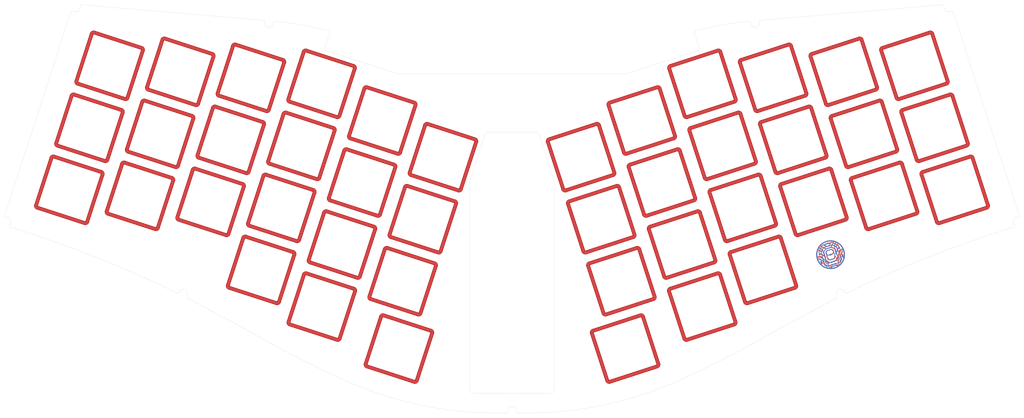
<source format=kicad_pcb>
(kicad_pcb (version 20211014) (generator pcbnew)
  (layers (0 "F.Cu" signal) (31 "B.Cu" signal) (34 "B.Paste" user) (35 "F.Paste" user) (36 "B.SilkS" user "B.Silkscreen") (37 "F.SilkS" user "F.Silkscreen") (38 "B.Mask" user) (39 "F.Mask" user) (44 "Edge.Cuts" user))
  (net 0 "")
  (footprint "logo-branding:logo_copper_7p5" (layer "F.Cu") (at 83.037505 9.374336 18)
    (fp_text reference "G1" hide)
    (fp_text value "logo_top" hide)
    (fp_poly (pts (xy 1.411684 1.111684) (xy 1.475828 1.141812) (xy 1.523848 1.193367) (xy 1.528731 1.202143) (xy 1.553322 1.279893) (xy 1.550389 1.356123) (xy 1.523395 1.424491) (xy 1.475798 1.478654) (xy 1.41106 1.512269) (xy 1.3552 1.52019) (xy 1.335656 1.522937) (xy 1.313682 1.53325) (xy 1.285904 1.554237) (xy 1.248947 1.589007) (xy 1.199436 1.640668) (xy 1.133997 1.71233) (xy 1.074469 1.77879) (xy 0.843882 2.03739) (xy 0.339336 2.037803) (xy 0.195556 2.038045) (xy 0.081554 2.038648) (xy -0.006314 2.039825) (xy -0.071691 2.041785) (xy -0.118221 2.044741) (xy -0.149546 2.048902) (xy -0.169311 2.054481) (xy -0.181157 2.061688) (xy -0.187045 2.0683) (xy -0.244295 2.120702) (xy -0.317436 2.149787) (xy -0.396466 2.153363) (xy -0.469678 2.130176) (xy -0.527979 2.08122) (xy -0.560489 2.011442) (xy -0.566845 1.954094) (xy -0.432171 1.954094) (xy -0.407379 1.996081) (xy -0.369 2.017219) (xy -0.331198 2.005519) (xy -0.306519 1.977952) (xy -0.2927 1.949149) (xy -0.300101 1.923537) (xy -0.315092 1.903356) (xy -0.341727 1.876949) (xy -0.367892 1.874952) (xy -0.390734 1.883887) (xy -0.426274 1.914105) (xy -0.432171 1.954094) (xy -0.566845 1.954094) (xy -0.568157 1.94226) (xy -0.557631 1.86232) (xy -0.523992 1.803607) (xy -0.46771 1.762397) (xy -0.389408 1.738793) (xy -0.309699 1.74386) (xy -0.237477 1.775636) (xy -0.187045 1.824318) (xy -0.172545 1.835592) (xy -0.145454 1.844209) (xy -0.102887 1.850253) (xy -0.041958 1.853806) (xy 0.040217 1.854951) (xy 0.146525 1.853771) (xy 0.279851 1.850348) (xy 0.443081 1.844765) (xy 0.47901 1.843418) (xy 0.765848 1.832537) (xy 0.954465 1.618221) (xy 1.023079 1.539952) (xy 1.072546 1.481954) (xy 1.105893 1.439488) (xy 1.126142 1.407815) (xy 1.136318 1.382197) (xy 1.139446 1.357895) (xy 1.138548 1.330169) (xy 1.138526 1.329803) (xy 1.139152 1.319411) (xy 1.273695 1.319411) (xy 1.294181 1.352107) (xy 1.3285 1.381204) (xy 1.359095 1.38102) (xy 1.389836 1.35885) (xy 1.416643 1.323757) (xy 1.412272 1.290443) (xy 1.385996 1.260292) (xy 1.347061 1.241177) (xy 1.309329 1.255436) (xy 1.280175 1.290559) (xy 1.273695 1.319411) (xy 1.139152 1.319411) (xy 1.142572 1.262643) (xy 1.160102 1.205172) (xy 1.160491 1.204413) (xy 1.205821 1.149347) (xy 1.268351 1.115503) (xy 1.339748 1.102931) (xy 1.411684 1.111684)) (layer "F.Cu") (width 0.01) (fill solid))
    (fp_poly (pts (xy 0.309108 -3.211372) (xy 0.373304 -3.173633) (xy 0.407312 -3.134545) (xy 0.435245 -3.091915) (xy 1.378766 -3.091915) (xy 2.084712 -2.385822) (xy 2.790658 -1.67973) (xy 2.790658 -1.408845) (xy 2.79091 -1.307605) (xy 2.792057 -1.234681) (xy 2.794686 -1.184969) (xy 2.799386 -1.153366) (xy 2.806745 -1.134767) (xy 2.817351 -1.124068) (xy 2.823906 -1.120165) (xy 2.867501 -1.079422) (xy 2.895607 -1.018078) (xy 2.906176 -0.946133) (xy 2.897157 -0.873586) (xy 2.882283 -0.835447) (xy 2.837667 -0.782886) (xy 2.773288 -0.748973) (xy 2.698553 -0.736044) (xy 2.622872 -0.746437) (xy 2.586164 -0.761889) (xy 2.536521 -0.805476) (xy 2.504981 -0.866841) (xy 2.49185 -0.937267) (xy 2.493422 -0.957195) (xy 2.62807 -0.957195) (xy 2.63013 -0.921482) (xy 2.649812 -0.895674) (xy 2.686848 -0.871938) (xy 2.72282 -0.879836) (xy 2.749767 -0.903814) (xy 2.770303 -0.936726) (xy 2.763773 -0.965362) (xy 2.726956 -1.006144) (xy 2.688981 -1.013539) (xy 2.657952 -0.995629) (xy 2.62807 -0.957195) (xy 2.493422 -0.957195) (xy 2.497435 -1.008035) (xy 2.52204 -1.070429) (xy 2.565973 -1.115731) (xy 2.573594 -1.120165) (xy 2.587151 -1.129887) (xy 2.596436 -1.14579) (xy 2.60225 -1.173601) (xy 2.605388 -1.219046) (xy 2.606649 -1.287854) (xy 2.606843 -1.358865) (xy 2.606843 -1.579771) (xy 1.946717 -2.239757) (xy 1.286592 -2.899744) (xy 0.859021 -2.905414) (xy 0.728084 -2.907027) (xy 0.626417 -2.907806) (xy 0.549873 -2.90751) (xy 0.494307 -2.905894) (xy 0.455572 -2.902717) (xy 0.429523 -2.897735) (xy 0.412012 -2.890705) (xy 0.398895 -2.881385) (xy 0.395363 -2.878258) (xy 0.318347 -2.827572) (xy 0.23523 -2.807324) (xy 0.15153 -2.818407) (xy 0.116427 -2.833185) (xy 0.063363 -2.878014) (xy 0.029343 -2.942155) (xy 0.018015 -3.008615) (xy 0.154089 -3.008615) (xy 0.174576 -2.975919) (xy 0.21301 -2.946037) (xy 0.248723 -2.948097) (xy 0.27453 -2.96778) (xy 0.298267 -3.004815) (xy 0.290369 -3.040788) (xy 0.266391 -3.067734) (xy 0.227456 -3.086849) (xy 0.189724 -3.07259) (xy 0.16057 -3.037467) (xy 0.154089 -3.008615) (xy 0.018015 -3.008615) (xy 0.016767 -3.015935) (xy 0.028038 -3.08968) (xy 0.044042 -3.12467) (xy 0.095061 -3.181546) (xy 0.161741 -3.215104) (xy 0.235839 -3.22512) (xy 0.309108 -3.211372)) (layer "F.Cu") (width 0.01) (fill solid))
    (fp_poly (pts (xy 0.360372 -3.710656) (xy 0.704779 -3.662599) (xy 1.039834 -3.583826) (xy 1.363795 -3.475421) (xy 1.674918 -3.338464) (xy 1.971461 -3.174039) (xy 2.25168 -2.983227) (xy 2.513832 -2.76711) (xy 2.756175 -2.526771) (xy 2.976965 -2.263292) (xy 3.17446 -1.977755) (xy 3.346916 -1.671241) (xy 3.359278 -1.646454) (xy 3.498137 -1.328342) (xy 3.605979 -1.000338) (xy 3.682798 -0.664937) (xy 3.728585 -0.324637) (xy 3.743335 0.018068) (xy 3.72704 0.360683) (xy 3.679693 0.70071) (xy 3.601288 1.035655) (xy 3.491817 1.363022) (xy 3.368481 1.645519) (xy 3.199838 1.9539) (xy 3.005456 2.242) (xy 2.787025 2.508638) (xy 2.546232 2.752632) (xy 2.284765 2.9728) (xy 2.004312 3.167962) (xy 1.706561 3.336935) (xy 1.393201 3.478538) (xy 1.065919 3.59159) (xy 0.726404 3.674908) (xy 0.397534 3.725069) (xy 0.295007 3.733056) (xy 0.169401 3.738011) (xy 0.030919 3.739956) (xy -0.110236 3.738915) (xy -0.243861 3.734912) (xy -0.359755 3.727968) (xy -0.409407 3.723228) (xy -0.740882 3.669618) (xy -1.070105 3.584772) (xy -1.392615 3.470543) (xy -1.703951 3.328779) (xy -1.99965 3.161331) (xy -2.275251 2.970051) (xy -2.331118 2.926256) (xy -2.591155 2.697156) (xy -2.82566 2.448055) (xy -3.034166 2.181056) (xy -3.21621 1.898262) (xy -3.371325 1.601776) (xy -3.499048 1.293701) (xy -3.598911 0.976141) (xy -3.670451 0.651198) (xy -3.713202 0.320975) (xy -3.722155 0.099796) (xy -3.497647 0.099796) (xy -3.016848 0.099796) (xy -2.690394 0.425024) (xy -2.690394 0.82962) (xy -2.690219 0.957016) (xy -2.6895 1.055098) (xy -2.687947 1.127972) (xy -2.685272 1.179746) (xy -2.681183 1.214526) (xy -2.675392 1.236418) (xy -2.667608 1.249528) (xy -2.660311 1.256052) (xy -2.607848 1.312398) (xy -2.579909 1.381856) (xy -2.576116 1.456268) (xy -2.596093 1.527478) (xy -2.639464 1.587328) (xy -2.676855 1.614557) (xy -2.73714 1.632931) (xy -2.809508 1.634068) (xy -2.877536 1.618178) (xy -2.891468 1.611815) (xy -2.94636 1.56635) (xy -2.979515 1.503157) (xy -2.990547 1.430217) (xy -2.99025 1.428282) (xy -2.8575 1.428282) (xy -2.844528 1.460619) (xy -2.815092 1.490512) (xy -2.783699 1.50348) (xy -2.757308 1.492069) (xy -2.732558 1.470487) (xy -2.713139 1.444542) (xy -2.714644 1.421921) (xy -2.730353 1.39529) (xy -2.757278 1.365077) (xy -2.781494 1.353085) (xy -2.814972 1.36633) (xy -2.845102 1.396557) (xy -2.8575 1.428282) (xy -2.99025 1.428282) (xy -2.979072 1.355512) (xy -2.944706 1.287023) (xy -2.908947 1.248808) (xy -2.897424 1.237631) (xy -2.888774 1.223) (xy -2.882587 1.200374) (xy -2.878453 1.165212) (xy -2.87596 1.11297) (xy -2.874697 1.039108) (xy -2.874254 0.939084) (xy -2.87421 0.864885) (xy -2.87421 0.510042) (xy -2.986558 0.396827) (xy -3.098906 0.283611) (xy -3.287347 0.283611) (xy -3.36555 0.283042) (xy -3.420004 0.284663) (xy -3.454087 0.293471) (xy -3.471178 0.314462) (xy -3.474657 0.352631) (xy -3.467901 0.412975) (xy -3.454291 0.500487) (xy -3.450555 0.524922) (xy -3.384384 0.853904) (xy -3.287451 1.172346) (xy -3.16127 1.478384) (xy -3.007354 1.770154) (xy -2.827216 2.045791) (xy -2.622371 2.303431) (xy -2.394332 2.541208) (xy -2.144612 2.757259) (xy -1.874725 2.949719) (xy -1.586184 3.116724) (xy -1.280504 3.256408) (xy -1.211513 3.283134) (xy -1.076733 3.329358) (xy -0.925952 3.373804) (xy -0.770013 3.413754) (xy -0.619762 3.44649) (xy -0.486044 3.469291) (xy -0.451184 3.473741) (xy -0.375661 3.482582) (xy -0.307347 3.490813) (xy -0.256792 3.497154) (xy -0.242302 3.499098) (xy -0.1912 3.502715) (xy -0.114023 3.503736) (xy -0.017988 3.502457) (xy 0.089685 3.499178) (xy 0.201775 3.494196) (xy 0.311065 3.487809) (xy 0.410334 3.480314) (xy 0.492364 3.47201) (xy 0.526382 3.467383) (xy 0.62083 3.452874) (xy 0.68482 3.441124) (xy 0.720685 3.428436) (xy 0.730759 3.411115) (xy 0.717375 3.385464) (xy 0.682866 3.347786) (xy 0.633249 3.298098) (xy 0.510508 3.174532) (xy -0.102234 3.174532) (xy -0.263856 3.174683) (xy -0.39515 3.175218) (xy -0.499208 3.176262) (xy -0.579123 3.177938) (xy -0.637988 3.180371) (xy -0.678893 3.183684) (xy -0.704933 3.188003) (xy -0.719198 3.19345) (xy -0.724559 3.199503) (xy -0.751111 3.231869) (xy -0.798604 3.262157) (xy -0.854827 3.284057) (xy -0.902368 3.291381) (xy -0.977599 3.275898) (xy -1.043247 3.234165) (xy -1.092269 3.173256) (xy -1.117625 3.100246) (xy -1.118155 3.092985) (xy -0.965981 3.092985) (xy -0.949542 3.12987) (xy -0.942537 3.135997) (xy -0.914496 3.153465) (xy -0.902368 3.157822) (xy -0.882099 3.149042) (xy -0.862199 3.135997) (xy -0.8396 3.104107) (xy -0.839586 3.066685) (xy -0.856807 3.032855) (xy -0.885917 3.011738) (xy -0.921569 3.012459) (xy -0.931611 3.017574) (xy -0.959566 3.050803) (xy -0.965981 3.092985) (xy -1.118155 3.092985) (xy -1.119605 3.073154) (xy -1.107405 3.014803) (xy -1.076399 2.955355) (xy -1.034979 2.909258) (xy -1.017918 2.898073) (xy -0.971098 2.882724) (xy -0.912076 2.874297) (xy -0.894891 2.873743) (xy -0.842022 2.878116) (xy -0.800154 2.895651) (xy -0.754174 2.93223) (xy -0.689436 2.990717) (xy 0.609412 2.990717) (xy 0.797282 3.178054) (xy 0.985151 3.36539) (xy 1.115043 3.323251) (xy 1.244935 3.281111) (xy 1.252933 2.263391) (xy 1.437106 2.263391) (xy 1.437106 2.727317) (xy 1.437443 2.847932) (xy 1.438396 2.956873) (xy 1.439874 3.049897) (xy 1.441789 3.122755) (xy 1.44405 3.171203) (xy 1.446569 3.190995) (xy 1.446889 3.191243) (xy 1.464827 3.184046) (xy 1.505998 3.164529) (xy 1.56399 3.135801) (xy 1.62235 3.106141) (xy 1.788027 3.021038) (xy 1.788027 2.497324) (xy 2.030329 2.255453) (xy 2.272632 2.013583) (xy 2.272632 0.876387) (xy 2.503549 0.645912) (xy 2.584036 0.565017) (xy 2.643379 0.503633) (xy 2.68453 0.458117) (xy 2.710443 0.424821) (xy 2.724071 0.400101) (xy 2.728366 0.38031) (xy 2.727679 0.369197) (xy 2.728892 0.353299) (xy 2.875406 0.353299) (xy 2.890388 0.390802) (xy 2.922173 0.414372) (xy 2.941053 0.417296) (xy 2.976141 0.406147) (xy 2.987843 0.397243) (xy 3.008209 0.358998) (xy 3.003582 0.320019) (xy 2.980191 0.289128) (xy 2.944261 0.275146) (xy 2.907632 0.283611) (xy 2.880172 0.313643) (xy 2.875406 0.353299) (xy 2.728892 0.353299) (xy 2.732742 0.302875) (xy 2.761657 0.235747) (xy 2.807929 0.181001) (xy 2.827251 0.167066) (xy 2.902296 0.13863) (xy 2.9794 0.138749) (xy 3.050664 0.164999) (xy 3.108188 0.214959) (xy 3.135583 0.261613) (xy 3.152848 0.341751) (xy 3.13721 0.418493) (xy 3.089164 0.489611) (xy 3.083446 0.495482) (xy 3.04027 0.532128) (xy 2.998281 0.548112) (xy 2.955498 0.55098) (xy 2.928346 0.551895) (xy 2.904396 0.55684) (xy 2.879178 0.569109) (xy 2.848218 0.592) (xy 2.807044 0.62881) (xy 2.751183 0.682834) (xy 2.678104 0.755433) (xy 2.473158 0.959886) (xy 2.473158 2.097121) (xy 2.2225 2.347361) (xy 1.971843 2.597601) (xy 1.971843 2.744027) (xy 1.972828 2.809297) (xy 1.975464 2.859584) (xy 1.979267 2.887332) (xy 1.981184 2.890453) (xy 1.997615 2.881015) (xy 2.034546 2.855543) (xy 2.085929 2.818302) (xy 2.127401 2.787403) (xy 2.211006 2.719565) (xy 2.308912 2.632265) (xy 2.414509 2.532111) (xy 2.52119 2.425711) (xy 2.622344 2.319676) (xy 2.711362 2.220613) (xy 2.781637 2.135132) (xy 2.787871 2.126933) (xy 2.890921 1.990058) (xy 2.890921 1.222935) (xy 2.841323 1.169839) (xy 2.794304 1.101057) (xy 2.780839 1.033693) (xy 2.928308 1.033693) (xy 2.947521 1.065912) (xy 2.985814 1.082474) (xy 3.006465 1.082384) (xy 3.038144 1.072255) (xy 3.049075 1.044905) (xy 3.049671 1.029051) (xy 3.038705 0.983013) (xy 3.010955 0.956771) (xy 2.974146 0.956205) (xy 2.961941 0.962264) (xy 2.93188 0.995812) (xy 2.928308 1.033693) (xy 2.780839 1.033693) (xy 2.779726 1.028126) (xy 2.797026 0.947476) (xy 2.803713 0.931339) (xy 2.84874 0.866147) (xy 2.910994 0.82474) (xy 2.982937 0.808461) (xy 3.057031 0.818652) (xy 3.125738 0.856657) (xy 3.141651 0.871122) (xy 3.184554 0.934718) (xy 3.202543 1.008466) (xy 3.195902 1.083172) (xy 3.164914 1.149642) (xy 3.132014 1.183946) (xy 3.115365 1.198518) (xy 3.104062 1.215457) (xy 3.097103 1.240979) (xy 3.093488 1.281301) (xy 3.092216 1.34264) (xy 3.092283 1.430687) (xy 3.093118 1.645519) (xy 3.157035 1.52019) (xy 3.236973 1.345113) (xy 3.311327 1.146981) (xy 3.376886 0.936076) (xy 3.430444 0.72268) (xy 3.467606 0.524922) (xy 3.478218 0.442404) (xy 3.488517 0.339422) (xy 3.497348 0.228923) (xy 3.503554 0.123853) (xy 3.503698 0.120684) (xy 3.514414 -0.117441) (xy 2.832202 -0.117441) (xy 2.385312 0.329679) (xy 1.938421 0.7768) (xy 1.938421 1.762911) (xy 1.687764 2.013151) (xy 1.437106 2.263391) (xy 1.252933 2.263391) (xy 1.253725 2.162679) (xy 1.737895 1.679373) (xy 1.737895 0.69281) (xy 2.235136 0.195777) (xy 2.732377 -0.301257) (xy 3.103097 -0.301257) (xy 3.219163 -0.301949) (xy 3.319116 -0.303913) (xy 3.398892 -0.306979) (xy 3.454427 -0.310978) (xy 3.481657 -0.315742) (xy 3.483593 -0.317075) (xy 3.486328 -0.342597) (xy 3.48251 -0.394489) (xy 3.473163 -0.466569) (xy 3.459308 -0.552656) (xy 3.441967 -0.646569) (xy 3.422162 -0.742125) (xy 3.400916 -0.833144) (xy 3.393424 -0.862423) (xy 3.291214 -1.187348) (xy 3.159855 -1.497899) (xy 3.000869 -1.792385) (xy 2.81578 -2.069112) (xy 2.60611 -2.326388) (xy 2.373383 -2.562523) (xy 2.119121 -2.775822) (xy 1.844848 -2.964595) (xy 1.552086 -3.127149) (xy 1.242358 -3.261792) (xy 1.229587 -3.266592) (xy 0.969902 -3.35368) (xy 0.717049 -3.417076) (xy 0.461334 -3.458499) (xy 0.193059 -3.479672) (xy 0.008356 -3.483391) (xy -0.273225 -3.474394) (xy -0.535976 -3.446255) (xy -0.789589 -3.397256) (xy -1.043757 -3.325674) (xy -1.212876 -3.266586) (xy -1.285117 -3.237999) (xy -1.366522 -3.203207) (xy -1.451552 -3.164891) (xy -1.53467 -3.125731) (xy -1.610337 -3.088408) (xy -1.673015 -3.055601) (xy -1.717166 -3.029992) (xy -1.737252 -3.014259) (xy -1.737894 -3.012493) (xy -1.726437 -2.998548) (xy -1.693608 -2.963392) (xy -1.641723 -2.909392) (xy -1.573097 -2.838917) (xy -1.490044 -2.754332) (xy -1.394881 -2.658004) (xy -1.289922 -2.552302) (xy -1.182363 -2.444474) (xy -0.626831 -1.888757) (xy 0.877601 -1.888757) (xy 1.224196 -1.541868) (xy 1.57079 -1.194979) (xy 1.57079 0.003837) (xy 1.629277 0.068575) (xy 1.674375 0.137801) (xy 1.690822 0.208128) (xy 1.682703 0.27538) (xy 1.654105 0.33538) (xy 1.609113 0.383951) (xy 1.551813 0.416918) (xy 1.486293 0.430103) (xy 1.416637 0.419332) (xy 1.346932 0.380426) (xy 1.334461 0.369904) (xy 1.293132 0.313145) (xy 1.27409 0.243368) (xy 1.274448 0.233517) (xy 1.413814 0.233517) (xy 1.420931 0.251192) (xy 1.450413 0.276155) (xy 1.491311 0.279579) (xy 1.529981 0.262039) (xy 1.543953 0.246013) (xy 1.552008 0.207728) (xy 1.532537 0.174358) (xy 1.491232 0.154508) (xy 1.482498 0.153103) (xy 1.440068 0.161288) (xy 1.415173 0.191279) (xy 1.413814 0.233517) (xy 1.274448 0.233517) (xy 1.276755 0.170152) (xy 1.300547 0.103076) (xy 1.344888 0.051719) (xy 1.354079 0.045458) (xy 1.362984 0.038659) (xy 1.37012 0.028272) (xy 1.375682 0.010841) (xy 1.379865 -0.017087) (xy 1.382865 -0.058968) (xy 1.384878 -0.118255) (xy 1.386099 -0.198404) (xy 1.386724 -0.302867) (xy 1.38695 -0.4351) (xy 1.386974 -0.535221) (xy 1.386974 -1.095355) (xy 1.090362 -1.389914) (xy 0.79375 -1.684474) (xy 0.033421 -1.695206) (xy -0.726907 -1.705938) (xy -1.930065 -2.906772) (xy -2.06375 -2.80626) (xy -2.122159 -2.761971) (xy -2.171131 -2.724147) (xy -2.204039 -2.697941) (xy -2.213476 -2.689783) (xy -2.206781 -2.673212) (xy -2.176707 -2.634765) (xy -2.124197 -2.575482) (xy -2.050199 -2.496404) (xy -1.955658 -2.398572) (xy -1.868876 -2.310531) (xy -1.508234 -1.947244) (xy -1.497749 -0.802573) (xy -1.495893 -0.591634) (xy -1.494141 -0.376477) (xy -1.492523 -0.161743) (xy -1.491067 0.04793) (xy -1.489804 0.2479) (xy -1.488762 0.433529) (xy -1.487969 0.600176) (xy -1.487457 0.743202) (xy -1.487252 0.857967) (xy -1.48725 0.868828) (xy -1.487236 1.395558) (xy -1.340689 1.541427) (xy -1.276995 1.603739) (xy -1.230656 1.645568) (xy -1.196183 1.670828) (xy -1.168088 1.683431) (xy -1.140881 1.68729) (xy -1.135985 1.687358) (xy -1.059586 1.702517) (xy -0.995299 1.74335) (xy -0.948766 1.803148) (xy -0.925631 1.875205) (xy -0.927399 1.935289) (xy -0.948082 1.987814) (xy -0.985719 2.040905) (xy -0.993923 2.049561) (xy -1.033655 2.084253) (xy -1.071644 2.100572) (xy -1.124213 2.105015) (xy -1.133362 2.105059) (xy -1.195957 2.100018) (xy -1.242115 2.081553) (xy -1.267602 2.062736) (xy -1.311895 2.010648) (xy -1.341151 1.947238) (xy -1.344036 1.927475) (xy -1.198128 1.927475) (xy -1.176652 1.958946) (xy -1.136315 1.971375) (xy -1.101228 1.960226) (xy -1.089526 1.951322) (xy -1.069174 1.91437) (xy -1.072082 1.876779) (xy -1.092118 1.846364) (xy -1.12315 1.830943) (xy -1.159044 1.838332) (xy -1.171127 1.847304) (xy -1.197219 1.886936) (xy -1.198128 1.927475) (xy -1.344036 1.927475) (xy -1.350184 1.885363) (xy -1.347307 1.865214) (xy -1.347436 1.845753) (xy -1.35905 1.820796) (xy -1.385362 1.786171) (xy -1.429584 1.737704) (xy -1.494927 1.671225) (xy -1.502346 1.663824) (xy -1.666809 1.499979) (xy -1.690459 -0.092375) (xy -2.397669 -0.802573) (xy -2.47886 -0.802573) (xy -2.534185 -0.806273) (xy -2.573697 -0.822101) (xy -2.614619 -0.857148) (xy -2.616868 -0.859389) (xy -2.651875 -0.899012) (xy -2.668647 -0.936056) (xy -2.673549 -0.986411) (xy -2.535851 -0.986411) (xy -2.521954 -0.959714) (xy -2.487611 -0.940381) (xy -2.447274 -0.947903) (xy -2.411697 -0.980216) (xy -2.411183 -0.980986) (xy -2.396916 -1.009599) (xy -2.404288 -1.032638) (xy -2.423026 -1.053231) (xy -2.451295 -1.076827) (xy -2.474339 -1.077026) (xy -2.495271 -1.064992) (xy -2.530468 -1.027806) (xy -2.535851 -0.986411) (xy -2.673549 -0.986411) (xy -2.673561 -0.986524) (xy -2.673684 -1.002016) (xy -2.662616 -1.088522) (xy -2.628323 -1.152629) (xy -2.571769 -1.196124) (xy -2.495348 -1.219052) (xy -2.420295 -1.212828) (xy -2.352759 -1.181377) (xy -2.298888 -1.128624) (xy -2.264834 -1.058495) (xy -2.255983 -0.99456) (xy -2.255002 -0.972531) (xy -2.250236 -0.951664) (xy -2.238886 -0.928504) (xy -2.218152 -0.899595) (xy -2.185236 -0.861482) (xy -2.137336 -0.810708) (xy -2.071655 -0.743819) (xy -1.985391 -0.657357) (xy -1.971842 -0.643823) (xy -1.687763 -0.360113) (xy -1.687763 -1.847279) (xy -2.034776 -2.193997) (xy -2.381788 -2.540714) (xy -2.510953 -2.410788) (xy -2.640117 -2.280861) (xy -2.409483 -2.050669) (xy -2.321833 -1.964426) (xy -2.254474 -1.901128) (xy -2.205261 -1.858949) (xy -2.172047 -1.836065) (xy -2.152688 -1.830652) (xy -2.151232 -1.831074) (xy -2.106601 -1.83315) (xy -2.051196 -1.815603) (xy -1.996879 -1.783402) (xy -1.964033 -1.752675) (xy -1.931787 -1.690896) (xy -1.920979 -1.615384) (xy -1.932532 -1.53879) (xy -1.94604 -1.505838) (xy -1.983076 -1.462638) (xy -2.039064 -1.426599) (xy -2.099555 -1.406114) (xy -2.121121 -1.404152) (xy -2.197982 -1.419615) (xy -2.263801 -1.461712) (xy -2.312341 -1.524002) (xy -2.337362 -1.600043) (xy -2.338766 -1.620242) (xy -2.198494 -1.620242) (xy -2.188431 -1.586757) (xy -2.158338 -1.561157) (xy -2.116189 -1.555825) (xy -2.077711 -1.572454) (xy -2.075447 -1.574599) (xy -2.05589 -1.612055) (xy -2.062727 -1.648881) (xy -2.090027 -1.67596) (xy -2.13186 -1.684175) (xy -2.145242 -1.681886) (xy -2.18583 -1.658626) (xy -2.198494 -1.620242) (xy -2.338766 -1.620242) (xy -2.339411 -1.629512) (xy -2.340705 -1.654629) (xy -2.346701 -1.677986) (xy -2.360649 -1.70386) (xy -2.385797 -1.736527) (xy -2.425393 -1.780266) (xy -2.482688 -1.839354) (xy -2.551101 -1.90822) (xy -2.762728 -2.120318) (xy -2.81953 -2.045927) (xy -2.908479 -1.918779) (xy -3.000421 -1.768201) (xy -3.090496 -1.603248) (xy -3.173849 -1.432975) (xy -3.245621 -1.266439) (xy -3.266124 -1.213344) (xy -3.295031 -1.131297) (xy -3.325096 -1.037985) (xy -3.354391 -0.940339) (xy -3.38099 -0.845292) (xy -3.402967 -0.759777) (xy -3.418395 -0.690727) (xy -3.425347 -0.645074) (xy -3.425551 -0.639645) (xy -3.425657 -0.602047) (xy -2.728223 -0.602047) (xy -2.433585 -0.324401) (xy -2.138947 -0.046756) (xy -2.138947 1.912566) (xy -1.82579 2.226049) (xy -1.512632 2.539532) (xy 0.281508 2.539532) (xy 0.330411 2.49063) (xy 0.397851 2.44337) (xy 0.473319 2.428522) (xy 0.556963 2.446064) (xy 0.572708 2.452575) (xy 0.623387 2.480106) (xy 0.654696 2.514615) (xy 0.676952 2.562732) (xy 0.693869 2.611786) (xy 0.697678 2.647071) (xy 0.688518 2.685503) (xy 0.678183 2.713637) (xy 0.636303 2.786629) (xy 0.575275 2.832946) (xy 0.519451 2.850899) (xy 0.45304 2.850573) (xy 0.384599 2.829031) (xy 0.32934 2.791619) (xy 0.319534 2.780625) (xy 0.287625 2.740059) (xy -1.578878 2.740059) (xy -1.649047 2.669939) (xy 0.420389 2.669939) (xy 0.424181 2.682548) (xy 0.446801 2.701686) (xy 0.484026 2.705371) (xy 0.520838 2.693627) (xy 0.534071 2.682375) (xy 0.548888 2.64224) (xy 0.534839 2.602135) (xy 0.513849 2.583185) (xy 0.476205 2.57484) (xy 0.443278 2.591839) (xy 0.422271 2.6262) (xy 0.420389 2.669939) (xy -1.649047 2.669939) (xy -1.959175 2.36003) (xy -2.339473 1.980002) (xy -2.339473 0.03594) (xy -2.815723 -0.417584) (xy -3.135613 -0.417907) (xy -3.248494 -0.417689) (xy -3.332298 -0.416548) (xy -3.391363 -0.414148) (xy -3.430028 -0.410153) (xy -3.45263 -0.404226) (xy -3.46351 -0.39603) (xy -3.465447 -0.392316) (xy -3.469836 -0.366795) (xy -3.474973 -0.314781) (xy -3.480297 -0.243177) (xy -3.485246 -0.158885) (xy -3.486519 -0.133302) (xy -3.497647 0.099796) (xy -3.722155 0.099796) (xy -3.726699 -0.012425) (xy -3.710477 -0.346898) (xy -3.66407 -0.680342) (xy -3.587014 -1.010653) (xy -3.478843 -1.335729) (xy -3.342567 -1.646454) (xy -3.172139 -1.95456) (xy -2.976537 -2.241775) (xy -2.757503 -2.507015) (xy -2.516781 -2.7492) (xy -2.256113 -2.967248) (xy -1.977242 -3.160075) (xy -1.681911 -3.326599) (xy -1.371864 -3.46574) (xy -1.048843 -3.576414) (xy -0.714591 -3.657539) (xy -0.370851 -3.708033) (xy -0.019367 -3.726815) (xy 0.008356 -3.726915) (xy 0.360372 -3.710656)) (layer "F.Cu") (width 0.01) (fill solid))
    (fp_poly (pts (xy -0.68383 -3.027842) (xy -0.623655 -2.98365) (xy -0.590347 -2.946111) (xy -0.573832 -2.910765) (xy -0.568456 -2.862745) (xy -0.568157 -2.837746) (xy -0.568158 -2.74734) (xy -0.395119 -2.577062) (xy -0.222081 -2.406783) (xy 1.245158 -2.406783) (xy 1.708764 -1.942956) (xy 2.172369 -1.479129) (xy 2.172369 -0.574878) (xy 2.222767 -0.526594) (xy 2.272128 -0.461284) (xy 2.293873 -0.391806) (xy 2.29145 -0.32297) (xy 2.268311 -0.259588) (xy 2.227905 -0.206472) (xy 2.173681 -0.168431) (xy 2.109089 -0.150277) (xy 2.03758 -0.156822) (xy 1.976831 -0.183607) (xy 1.920192 -0.234357) (xy 1.882813 -0.300635) (xy 1.871579 -0.360566) (xy 1.871698 -0.361262) (xy 2.012451 -0.361262) (xy 2.020133 -0.338146) (xy 2.03746 -0.319193) (xy 2.066944 -0.292409) (xy 2.08883 -0.2868) (xy 2.118486 -0.299262) (xy 2.123336 -0.301845) (xy 2.150013 -0.330991) (xy 2.154323 -0.369289) (xy 2.13998 -0.405803) (xy 2.110697 -0.429599) (xy 2.079083 -0.432144) (xy 2.048784 -0.414693) (xy 2.026923 -0.390212) (xy 2.012451 -0.361262) (xy 1.871698 -0.361262) (xy 1.880829 -0.414484) (xy 1.904201 -0.471337) (xy 1.935128 -0.517658) (xy 1.95731 -0.53637) (xy 1.967017 -0.543454) (xy 1.974482 -0.555694) (xy 1.979996 -0.577113) (xy 1.983853 -0.611736) (xy 1.986344 -0.663587) (xy 1.987763 -0.736689) (xy 1.988402 -0.835067) (xy 1.988553 -0.962745) (xy 1.988553 -1.379332) (xy 1.566492 -1.80115) (xy 1.14443 -2.222968) (xy -0.309667 -2.222968) (xy -0.509671 -2.423494) (xy -0.58749 -2.500455) (xy -0.646409 -2.555869) (xy -0.690166 -2.592775) (xy -0.7225 -2.61421) (xy -0.74715 -2.623214) (xy -0.756426 -2.62402) (xy -0.838463 -2.638221) (xy -0.905542 -2.676791) (xy -0.95409 -2.733684) (xy -0.980533 -2.802854) (xy -0.980752 -2.824509) (xy -0.842107 -2.824509) (xy -0.83499 -2.806835) (xy -0.805508 -2.781871) (xy -0.76461 -2.778447) (xy -0.72594 -2.795987) (xy -0.711968 -2.812014) (xy -0.703913 -2.850298) (xy -0.723384 -2.883668) (xy -0.764689 -2.903518) (xy -0.773423 -2.904923) (xy -0.815853 -2.896738) (xy -0.840748 -2.866747) (xy -0.842107 -2.824509) (xy -0.980752 -2.824509) (xy -0.981298 -2.878254) (xy -0.952811 -2.953838) (xy -0.952071 -2.955059) (xy -0.899047 -3.013567) (xy -0.831932 -3.045612) (xy -0.757826 -3.050577) (xy -0.68383 -3.027842)) (layer "F.Cu") (width 0.01) (fill solid))
    (fp_poly (pts (xy 0.814889 -1.149075) (xy 1.019343 -0.94413) (xy 1.019343 -0.325821) (xy 0.814397 -0.121368) (xy 0.609452 0.083085) (xy 0.338735 0.083085) (xy 0.237531 0.083337) (xy 0.164641 0.084485) (xy 0.114959 0.087117) (xy 0.08338 0.091822) (xy 0.064799 0.099189) (xy 0.054109 0.109804) (xy 0.050225 0.116333) (xy 0.007815 0.163327) (xy -0.052686 0.190633) (xy -0.122646 0.198635) (xy -0.193434 0.187717) (xy -0.256419 0.158264) (xy -0.30297 0.110661) (xy -0.308861 0.100343) (xy -0.33443 0.020206) (xy -0.33259 -0.021405) (xy -0.196009 -0.021405) (xy -0.193949 0.014308) (xy -0.174267 0.040115) (xy -0.137231 0.063851) (xy -0.101258 0.055954) (xy -0.074312 0.031975) (xy -0.053776 -0.000936) (xy -0.060306 -0.029572) (xy -0.097123 -0.070354) (xy -0.135098 -0.077749) (xy -0.166127 -0.05984) (xy -0.196009 -0.021405) (xy -0.33259 -0.021405) (xy -0.331021 -0.056886) (xy -0.302083 -0.125005) (xy -0.251063 -0.178221) (xy -0.181407 -0.210605) (xy -0.123953 -0.217704) (xy -0.068818 -0.208612) (xy -0.012146 -0.185453) (xy 0.033995 -0.154402) (xy 0.056305 -0.125458) (xy 0.0659 -0.1153) (xy 0.088835 -0.108251) (xy 0.130007 -0.103809) (xy 0.194316 -0.101472) (xy 0.28666 -0.100736) (xy 0.297187 -0.100731) (xy 0.52858 -0.100731) (xy 0.682054 -0.25723) (xy 0.835527 -0.413729) (xy 0.835527 -0.86172) (xy 0.68064 -1.015962) (xy 0.525754 -1.170204) (xy -0.593883 -1.170204) (xy -0.748126 -1.015318) (xy -0.902368 -0.860432) (xy -0.902368 0.844074) (xy -0.747482 0.998316) (xy -0.592595 1.152559) (xy 0.527278 1.152559) (xy 0.639626 1.039343) (xy 0.751974 0.926128) (xy 0.751974 0.828791) (xy 0.752785 0.805313) (xy 0.887517 0.805313) (xy 0.89649 0.848215) (xy 0.913314 0.871342) (xy 0.942705 0.896897) (xy 0.968643 0.896216) (xy 1.00231 0.868796) (xy 1.003857 0.867255) (xy 1.026756 0.839403) (xy 1.02597 0.816039) (xy 1.014393 0.796235) (xy 0.977362 0.761144) (xy 0.936198 0.755406) (xy 0.909921 0.768883) (xy 0.887517 0.805313) (xy 0.752785 0.805313) (xy 0.753985 0.770631) (xy 0.763389 0.732092) (xy 0.785242 0.699456) (xy 0.80879 0.674638) (xy 0.850964 0.638093) (xy 0.890981 0.621572) (xy 0.943304 0.617822) (xy 1.031326 0.62915) (xy 1.096825 0.664032) (xy 1.142254 0.723811) (xy 1.144306 0.728031) (xy 1.165813 0.806697) (xy 1.158817 0.882774) (xy 1.126711 0.949592) (xy 1.072889 1.000482) (xy 1.000745 1.028776) (xy 0.99045 1.030413) (xy 0.959126 1.037251) (xy 0.928243 1.051519) (xy 0.892334 1.077271) (xy 0.845929 1.118562) (xy 0.78356 1.179446) (xy 0.766749 1.196279) (xy 0.610595 1.353085) (xy -0.677277 1.353085) (xy -0.881731 1.14814) (xy -1.086184 0.943195) (xy -1.086184 -0.960821) (xy -0.890096 -1.157421) (xy -0.694009 -1.35402) (xy 0.610436 -1.35402) (xy 0.814889 -1.149075)) (layer "F.Cu") (width 0.01) (fill solid))
  )
  (footprint "logo-branding:logo_copper_7p5" (layer "B.Cu") (at 83.037505 9.374336 -162)
    (fp_text reference "G2" hide)
    (fp_text value "logo_bot" hide)
    (fp_poly (pts (xy -0.68383 3.027842) (xy -0.623655 2.98365) (xy -0.590347 2.946111) (xy -0.573832 2.910765) (xy -0.568456 2.862745) (xy -0.568157 2.837746) (xy -0.568158 2.74734) (xy -0.395119 2.577062) (xy -0.222081 2.406783) (xy 1.245158 2.406783) (xy 1.708764 1.942956) (xy 2.172369 1.479129) (xy 2.172369 0.574878) (xy 2.222767 0.526594) (xy 2.272128 0.461284) (xy 2.293873 0.391806) (xy 2.29145 0.32297) (xy 2.268311 0.259588) (xy 2.227905 0.206472) (xy 2.173681 0.168431) (xy 2.109089 0.150277) (xy 2.03758 0.156822) (xy 1.976831 0.183607) (xy 1.920192 0.234357) (xy 1.882813 0.300635) (xy 1.871579 0.360566) (xy 1.871698 0.361262) (xy 2.012451 0.361262) (xy 2.020133 0.338146) (xy 2.03746 0.319193) (xy 2.066944 0.292409) (xy 2.08883 0.2868) (xy 2.118486 0.299262) (xy 2.123336 0.301845) (xy 2.150013 0.330991) (xy 2.154323 0.369289) (xy 2.13998 0.405803) (xy 2.110697 0.429599) (xy 2.079083 0.432144) (xy 2.048784 0.414693) (xy 2.026923 0.390212) (xy 2.012451 0.361262) (xy 1.871698 0.361262) (xy 1.880829 0.414484) (xy 1.904201 0.471337) (xy 1.935128 0.517658) (xy 1.95731 0.53637) (xy 1.967017 0.543454) (xy 1.974482 0.555694) (xy 1.979996 0.577113) (xy 1.983853 0.611736) (xy 1.986344 0.663587) (xy 1.987763 0.736689) (xy 1.988402 0.835067) (xy 1.988553 0.962745) (xy 1.988553 1.379332) (xy 1.566492 1.80115) (xy 1.14443 2.222968) (xy -0.309667 2.222968) (xy -0.509671 2.423494) (xy -0.58749 2.500455) (xy -0.646409 2.555869) (xy -0.690166 2.592775) (xy -0.7225 2.61421) (xy -0.74715 2.623214) (xy -0.756426 2.62402) (xy -0.838463 2.638221) (xy -0.905542 2.676791) (xy -0.95409 2.733684) (xy -0.980533 2.802854) (xy -0.980752 2.824509) (xy -0.842107 2.824509) (xy -0.83499 2.806835) (xy -0.805508 2.781871) (xy -0.76461 2.778447) (xy -0.72594 2.795987) (xy -0.711968 2.812014) (xy -0.703913 2.850298) (xy -0.723384 2.883668) (xy -0.764689 2.903518) (xy -0.773423 2.904923) (xy -0.815853 2.896738) (xy -0.840748 2.866747) (xy -0.842107 2.824509) (xy -0.980752 2.824509) (xy -0.981298 2.878254) (xy -0.952811 2.953838) (xy -0.952071 2.955059) (xy -0.899047 3.013567) (xy -0.831932 3.045612) (xy -0.757826 3.050577) (xy -0.68383 3.027842)) (layer "B.Cu") (width 0.01) (fill solid))
    (fp_poly (pts (xy 0.360372 3.710656) (xy 0.704779 3.662599) (xy 1.039834 3.583826) (xy 1.363795 3.475421) (xy 1.674918 3.338464) (xy 1.971461 3.174039) (xy 2.25168 2.983227) (xy 2.513832 2.76711) (xy 2.756175 2.526771) (xy 2.976965 2.263292) (xy 3.17446 1.977755) (xy 3.346916 1.671241) (xy 3.359278 1.646454) (xy 3.498137 1.328342) (xy 3.605979 1.000338) (xy 3.682798 0.664937) (xy 3.728585 0.324637) (xy 3.743335 -0.018068) (xy 3.72704 -0.360683) (xy 3.679693 -0.70071) (xy 3.601288 -1.035655) (xy 3.491817 -1.363022) (xy 3.368481 -1.645519) (xy 3.199838 -1.9539) (xy 3.005456 -2.242) (xy 2.787025 -2.508638) (xy 2.546232 -2.752632) (xy 2.284765 -2.9728) (xy 2.004312 -3.167962) (xy 1.706561 -3.336935) (xy 1.393201 -3.478538) (xy 1.065919 -3.59159) (xy 0.726404 -3.674908) (xy 0.397534 -3.725069) (xy 0.295007 -3.733056) (xy 0.169401 -3.738011) (xy 0.030919 -3.739956) (xy -0.110236 -3.738915) (xy -0.243861 -3.734912) (xy -0.359755 -3.727968) (xy -0.409407 -3.723228) (xy -0.740882 -3.669618) (xy -1.070105 -3.584772) (xy -1.392615 -3.470543) (xy -1.703951 -3.328779) (xy -1.99965 -3.161331) (xy -2.275251 -2.970051) (xy -2.331118 -2.926256) (xy -2.591155 -2.697156) (xy -2.82566 -2.448055) (xy -3.034166 -2.181056) (xy -3.21621 -1.898262) (xy -3.371325 -1.601776) (xy -3.499048 -1.293701) (xy -3.598911 -0.976141) (xy -3.670451 -0.651198) (xy -3.713202 -0.320975) (xy -3.722155 -0.099796) (xy -3.497647 -0.099796) (xy -3.016848 -0.099796) (xy -2.690394 -0.425024) (xy -2.690394 -0.82962) (xy -2.690219 -0.957016) (xy -2.6895 -1.055098) (xy -2.687947 -1.127972) (xy -2.685272 -1.179746) (xy -2.681183 -1.214526) (xy -2.675392 -1.236418) (xy -2.667608 -1.249528) (xy -2.660311 -1.256052) (xy -2.607848 -1.312398) (xy -2.579909 -1.381856) (xy -2.576116 -1.456268) (xy -2.596093 -1.527478) (xy -2.639464 -1.587328) (xy -2.676855 -1.614557) (xy -2.73714 -1.632931) (xy -2.809508 -1.634068) (xy -2.877536 -1.618178) (xy -2.891468 -1.611815) (xy -2.94636 -1.56635) (xy -2.979515 -1.503157) (xy -2.990547 -1.430217) (xy -2.99025 -1.428282) (xy -2.8575 -1.428282) (xy -2.844528 -1.460619) (xy -2.815092 -1.490512) (xy -2.783699 -1.50348) (xy -2.757308 -1.492069) (xy -2.732558 -1.470487) (xy -2.713139 -1.444542) (xy -2.714644 -1.421921) (xy -2.730353 -1.39529) (xy -2.757278 -1.365077) (xy -2.781494 -1.353085) (xy -2.814972 -1.36633) (xy -2.845102 -1.396557) (xy -2.8575 -1.428282) (xy -2.99025 -1.428282) (xy -2.979072 -1.355512) (xy -2.944706 -1.287023) (xy -2.908947 -1.248808) (xy -2.897424 -1.237631) (xy -2.888774 -1.223) (xy -2.882587 -1.200374) (xy -2.878453 -1.165212) (xy -2.87596 -1.11297) (xy -2.874697 -1.039108) (xy -2.874254 -0.939084) (xy -2.87421 -0.864885) (xy -2.87421 -0.510042) (xy -2.986558 -0.396827) (xy -3.098906 -0.283611) (xy -3.287347 -0.283611) (xy -3.36555 -0.283042) (xy -3.420004 -0.284663) (xy -3.454087 -0.293471) (xy -3.471178 -0.314462) (xy -3.474657 -0.352631) (xy -3.467901 -0.412975) (xy -3.454291 -0.500487) (xy -3.450555 -0.524922) (xy -3.384384 -0.853904) (xy -3.287451 -1.172346) (xy -3.16127 -1.478384) (xy -3.007354 -1.770154) (xy -2.827216 -2.045791) (xy -2.622371 -2.303431) (xy -2.394332 -2.541208) (xy -2.144612 -2.757259) (xy -1.874725 -2.949719) (xy -1.586184 -3.116724) (xy -1.280504 -3.256408) (xy -1.211513 -3.283134) (xy -1.076733 -3.329358) (xy -0.925952 -3.373804) (xy -0.770013 -3.413754) (xy -0.619762 -3.44649) (xy -0.486044 -3.469291) (xy -0.451184 -3.473741) (xy -0.375661 -3.482582) (xy -0.307347 -3.490813) (xy -0.256792 -3.497154) (xy -0.242302 -3.499098) (xy -0.1912 -3.502715) (xy -0.114023 -3.503736) (xy -0.017988 -3.502457) (xy 0.089685 -3.499178) (xy 0.201775 -3.494196) (xy 0.311065 -3.487809) (xy 0.410334 -3.480314) (xy 0.492364 -3.47201) (xy 0.526382 -3.467383) (xy 0.62083 -3.452874) (xy 0.68482 -3.441124) (xy 0.720685 -3.428436) (xy 0.730759 -3.411115) (xy 0.717375 -3.385464) (xy 0.682866 -3.347786) (xy 0.633249 -3.298098) (xy 0.510508 -3.174532) (xy -0.102234 -3.174532) (xy -0.263856 -3.174683) (xy -0.39515 -3.175218) (xy -0.499208 -3.176262) (xy -0.579123 -3.177938) (xy -0.637988 -3.180371) (xy -0.678893 -3.183684) (xy -0.704933 -3.188003) (xy -0.719198 -3.19345) (xy -0.724559 -3.199503) (xy -0.751111 -3.231869) (xy -0.798604 -3.262157) (xy -0.854827 -3.284057) (xy -0.902368 -3.291381) (xy -0.977599 -3.275898) (xy -1.043247 -3.234165) (xy -1.092269 -3.173256) (xy -1.117625 -3.100246) (xy -1.118155 -3.092985) (xy -0.965981 -3.092985) (xy -0.949542 -3.12987) (xy -0.942537 -3.135997) (xy -0.914496 -3.153465) (xy -0.902368 -3.157822) (xy -0.882099 -3.149042) (xy -0.862199 -3.135997) (xy -0.8396 -3.104107) (xy -0.839586 -3.066685) (xy -0.856807 -3.032855) (xy -0.885917 -3.011738) (xy -0.921569 -3.012459) (xy -0.931611 -3.017574) (xy -0.959566 -3.050803) (xy -0.965981 -3.092985) (xy -1.118155 -3.092985) (xy -1.119605 -3.073154) (xy -1.107405 -3.014803) (xy -1.076399 -2.955355) (xy -1.034979 -2.909258) (xy -1.017918 -2.898073) (xy -0.971098 -2.882724) (xy -0.912076 -2.874297) (xy -0.894891 -2.873743) (xy -0.842022 -2.878116) (xy -0.800154 -2.895651) (xy -0.754174 -2.93223) (xy -0.689436 -2.990717) (xy 0.609412 -2.990717) (xy 0.797282 -3.178054) (xy 0.985151 -3.36539) (xy 1.115043 -3.323251) (xy 1.244935 -3.281111) (xy 1.252933 -2.263391) (xy 1.437106 -2.263391) (xy 1.437106 -2.727317) (xy 1.437443 -2.847932) (xy 1.438396 -2.956873) (xy 1.439874 -3.049897) (xy 1.441789 -3.122755) (xy 1.44405 -3.171203) (xy 1.446569 -3.190995) (xy 1.446889 -3.191243) (xy 1.464827 -3.184046) (xy 1.505998 -3.164529) (xy 1.56399 -3.135801) (xy 1.62235 -3.106141) (xy 1.788027 -3.021038) (xy 1.788027 -2.497324) (xy 2.030329 -2.255453) (xy 2.272632 -2.013583) (xy 2.272632 -0.876387) (xy 2.503549 -0.645912) (xy 2.584036 -0.565017) (xy 2.643379 -0.503633) (xy 2.68453 -0.458117) (xy 2.710443 -0.424821) (xy 2.724071 -0.400101) (xy 2.728366 -0.38031) (xy 2.727679 -0.369197) (xy 2.728892 -0.353299) (xy 2.875406 -0.353299) (xy 2.890388 -0.390802) (xy 2.922173 -0.414372) (xy 2.941053 -0.417296) (xy 2.976141 -0.406147) (xy 2.987843 -0.397243) (xy 3.008209 -0.358998) (xy 3.003582 -0.320019) (xy 2.980191 -0.289128) (xy 2.944261 -0.275146) (xy 2.907632 -0.283611) (xy 2.880172 -0.313643) (xy 2.875406 -0.353299) (xy 2.728892 -0.353299) (xy 2.732742 -0.302875) (xy 2.761657 -0.235747) (xy 2.807929 -0.181001) (xy 2.827251 -0.167066) (xy 2.902296 -0.13863) (xy 2.9794 -0.138749) (xy 3.050664 -0.164999) (xy 3.108188 -0.214959) (xy 3.135583 -0.261613) (xy 3.152848 -0.341751) (xy 3.13721 -0.418493) (xy 3.089164 -0.489611) (xy 3.083446 -0.495482) (xy 3.04027 -0.532128) (xy 2.998281 -0.548112) (xy 2.955498 -0.55098) (xy 2.928346 -0.551895) (xy 2.904396 -0.55684) (xy 2.879178 -0.569109) (xy 2.848218 -0.592) (xy 2.807044 -0.62881) (xy 2.751183 -0.682834) (xy 2.678104 -0.755433) (xy 2.473158 -0.959886) (xy 2.473158 -2.097121) (xy 2.2225 -2.347361) (xy 1.971843 -2.597601) (xy 1.971843 -2.744027) (xy 1.972828 -2.809297) (xy 1.975464 -2.859584) (xy 1.979267 -2.887332) (xy 1.981184 -2.890453) (xy 1.997615 -2.881015) (xy 2.034546 -2.855543) (xy 2.085929 -2.818302) (xy 2.127401 -2.787403) (xy 2.211006 -2.719565) (xy 2.308912 -2.632265) (xy 2.414509 -2.532111) (xy 2.52119 -2.425711) (xy 2.622344 -2.319676) (xy 2.711362 -2.220613) (xy 2.781637 -2.135132) (xy 2.787871 -2.126933) (xy 2.890921 -1.990058) (xy 2.890921 -1.222935) (xy 2.841323 -1.169839) (xy 2.794304 -1.101057) (xy 2.780839 -1.033693) (xy 2.928308 -1.033693) (xy 2.947521 -1.065912) (xy 2.985814 -1.082474) (xy 3.006465 -1.082384) (xy 3.038144 -1.072255) (xy 3.049075 -1.044905) (xy 3.049671 -1.029051) (xy 3.038705 -0.983013) (xy 3.010955 -0.956771) (xy 2.974146 -0.956205) (xy 2.961941 -0.962264) (xy 2.93188 -0.995812) (xy 2.928308 -1.033693) (xy 2.780839 -1.033693) (xy 2.779726 -1.028126) (xy 2.797026 -0.947476) (xy 2.803713 -0.931339) (xy 2.84874 -0.866147) (xy 2.910994 -0.82474) (xy 2.982937 -0.808461) (xy 3.057031 -0.818652) (xy 3.125738 -0.856657) (xy 3.141651 -0.871122) (xy 3.184554 -0.934718) (xy 3.202543 -1.008466) (xy 3.195902 -1.083172) (xy 3.164914 -1.149642) (xy 3.132014 -1.183946) (xy 3.115365 -1.198518) (xy 3.104062 -1.215457) (xy 3.097103 -1.240979) (xy 3.093488 -1.281301) (xy 3.092216 -1.34264) (xy 3.092283 -1.430687) (xy 3.093118 -1.645519) (xy 3.157035 -1.52019) (xy 3.236973 -1.345113) (xy 3.311327 -1.146981) (xy 3.376886 -0.936076) (xy 3.430444 -0.72268) (xy 3.467606 -0.524922) (xy 3.478218 -0.442404) (xy 3.488517 -0.339422) (xy 3.497348 -0.228923) (xy 3.503554 -0.123853) (xy 3.503698 -0.120684) (xy 3.514414 0.117441) (xy 2.832202 0.117441) (xy 2.385312 -0.329679) (xy 1.938421 -0.7768) (xy 1.938421 -1.762911) (xy 1.687764 -2.013151) (xy 1.437106 -2.263391) (xy 1.252933 -2.263391) (xy 1.253725 -2.162679) (xy 1.737895 -1.679373) (xy 1.737895 -0.69281) (xy 2.235136 -0.195777) (xy 2.732377 0.301257) (xy 3.103097 0.301257) (xy 3.219163 0.301949) (xy 3.319116 0.303913) (xy 3.398892 0.306979) (xy 3.454427 0.310978) (xy 3.481657 0.315742) (xy 3.483593 0.317075) (xy 3.486328 0.342597) (xy 3.48251 0.394489) (xy 3.473163 0.466569) (xy 3.459308 0.552656) (xy 3.441967 0.646569) (xy 3.422162 0.742125) (xy 3.400916 0.833144) (xy 3.393424 0.862423) (xy 3.291214 1.187348) (xy 3.159855 1.497899) (xy 3.000869 1.792385) (xy 2.81578 2.069112) (xy 2.60611 2.326388) (xy 2.373383 2.562523) (xy 2.119121 2.775822) (xy 1.844848 2.964595) (xy 1.552086 3.127149) (xy 1.242358 3.261792) (xy 1.229587 3.266592) (xy 0.969902 3.35368) (xy 0.717049 3.417076) (xy 0.461334 3.458499) (xy 0.193059 3.479672) (xy 0.008356 3.483391) (xy -0.273225 3.474394) (xy -0.535976 3.446255) (xy -0.789589 3.397256) (xy -1.043757 3.325674) (xy -1.212876 3.266586) (xy -1.285117 3.237999) (xy -1.366522 3.203207) (xy -1.451552 3.164891) (xy -1.53467 3.125731) (xy -1.610337 3.088408) (xy -1.673015 3.055601) (xy -1.717166 3.029992) (xy -1.737252 3.014259) (xy -1.737894 3.012493) (xy -1.726437 2.998548) (xy -1.693608 2.963392) (xy -1.641723 2.909392) (xy -1.573097 2.838917) (xy -1.490044 2.754332) (xy -1.394881 2.658004) (xy -1.289922 2.552302) (xy -1.182363 2.444474) (xy -0.626831 1.888757) (xy 0.877601 1.888757) (xy 1.224196 1.541868) (xy 1.57079 1.194979) (xy 1.57079 -0.003837) (xy 1.629277 -0.068575) (xy 1.674375 -0.137801) (xy 1.690822 -0.208128) (xy 1.682703 -0.27538) (xy 1.654105 -0.33538) (xy 1.609113 -0.383951) (xy 1.551813 -0.416918) (xy 1.486293 -0.430103) (xy 1.416637 -0.419332) (xy 1.346932 -0.380426) (xy 1.334461 -0.369904) (xy 1.293132 -0.313145) (xy 1.27409 -0.243368) (xy 1.274448 -0.233517) (xy 1.413814 -0.233517) (xy 1.420931 -0.251192) (xy 1.450413 -0.276155) (xy 1.491311 -0.279579) (xy 1.529981 -0.262039) (xy 1.543953 -0.246013) (xy 1.552008 -0.207728) (xy 1.532537 -0.174358) (xy 1.491232 -0.154508) (xy 1.482498 -0.153103) (xy 1.440068 -0.161288) (xy 1.415173 -0.191279) (xy 1.413814 -0.233517) (xy 1.274448 -0.233517) (xy 1.276755 -0.170152) (xy 1.300547 -0.103076) (xy 1.344888 -0.051719) (xy 1.354079 -0.045458) (xy 1.362984 -0.038659) (xy 1.37012 -0.028272) (xy 1.375682 -0.010841) (xy 1.379865 0.017087) (xy 1.382865 0.058968) (xy 1.384878 0.118255) (xy 1.386099 0.198404) (xy 1.386724 0.302867) (xy 1.38695 0.4351) (xy 1.386974 0.535221) (xy 1.386974 1.095355) (xy 1.090362 1.389914) (xy 0.79375 1.684474) (xy 0.033421 1.695206) (xy -0.726907 1.705938) (xy -1.930065 2.906772) (xy -2.06375 2.80626) (xy -2.122159 2.761971) (xy -2.171131 2.724147) (xy -2.204039 2.697941) (xy -2.213476 2.689783) (xy -2.206781 2.673212) (xy -2.176707 2.634765) (xy -2.124197 2.575482) (xy -2.050199 2.496404) (xy -1.955658 2.398572) (xy -1.868876 2.310531) (xy -1.508234 1.947244) (xy -1.497749 0.802573) (xy -1.495893 0.591634) (xy -1.494141 0.376477) (xy -1.492523 0.161743) (xy -1.491067 -0.04793) (xy -1.489804 -0.2479) (xy -1.488762 -0.433529) (xy -1.487969 -0.600176) (xy -1.487457 -0.743202) (xy -1.487252 -0.857967) (xy -1.48725 -0.868828) (xy -1.487236 -1.395558) (xy -1.340689 -1.541427) (xy -1.276995 -1.603739) (xy -1.230656 -1.645568) (xy -1.196183 -1.670828) (xy -1.168088 -1.683431) (xy -1.140881 -1.68729) (xy -1.135985 -1.687358) (xy -1.059586 -1.702517) (xy -0.995299 -1.74335) (xy -0.948766 -1.803148) (xy -0.925631 -1.875205) (xy -0.927399 -1.935289) (xy -0.948082 -1.987814) (xy -0.985719 -2.040905) (xy -0.993923 -2.049561) (xy -1.033655 -2.084253) (xy -1.071644 -2.100572) (xy -1.124213 -2.105015) (xy -1.133362 -2.105059) (xy -1.195957 -2.100018) (xy -1.242115 -2.081553) (xy -1.267602 -2.062736) (xy -1.311895 -2.010648) (xy -1.341151 -1.947238) (xy -1.344036 -1.927475) (xy -1.198128 -1.927475) (xy -1.176652 -1.958946) (xy -1.136315 -1.971375) (xy -1.101228 -1.960226) (xy -1.089526 -1.951322) (xy -1.069174 -1.91437) (xy -1.072082 -1.876779) (xy -1.092118 -1.846364) (xy -1.12315 -1.830943) (xy -1.159044 -1.838332) (xy -1.171127 -1.847304) (xy -1.197219 -1.886936) (xy -1.198128 -1.927475) (xy -1.344036 -1.927475) (xy -1.350184 -1.885363) (xy -1.347307 -1.865214) (xy -1.347436 -1.845753) (xy -1.35905 -1.820796) (xy -1.385362 -1.786171) (xy -1.429584 -1.737704) (xy -1.494927 -1.671225) (xy -1.502346 -1.663824) (xy -1.666809 -1.499979) (xy -1.690459 0.092375) (xy -2.397669 0.802573) (xy -2.47886 0.802573) (xy -2.534185 0.806273) (xy -2.573697 0.822101) (xy -2.614619 0.857148) (xy -2.616868 0.859389) (xy -2.651875 0.899012) (xy -2.668647 0.936056) (xy -2.673549 0.986411) (xy -2.535851 0.986411) (xy -2.521954 0.959714) (xy -2.487611 0.940381) (xy -2.447274 0.947903) (xy -2.411697 0.980216) (xy -2.411183 0.980986) (xy -2.396916 1.009599) (xy -2.404288 1.032638) (xy -2.423026 1.053231) (xy -2.451295 1.076827) (xy -2.474339 1.077026) (xy -2.495271 1.064992) (xy -2.530468 1.027806) (xy -2.535851 0.986411) (xy -2.673549 0.986411) (xy -2.673561 0.986524) (xy -2.673684 1.002016) (xy -2.662616 1.088522) (xy -2.628323 1.152629) (xy -2.571769 1.196124) (xy -2.495348 1.219052) (xy -2.420295 1.212828) (xy -2.352759 1.181377) (xy -2.298888 1.128624) (xy -2.264834 1.058495) (xy -2.255983 0.99456) (xy -2.255002 0.972531) (xy -2.250236 0.951664) (xy -2.238886 0.928504) (xy -2.218152 0.899595) (xy -2.185236 0.861482) (xy -2.137336 0.810708) (xy -2.071655 0.743819) (xy -1.985391 0.657357) (xy -1.971842 0.643823) (xy -1.687763 0.360113) (xy -1.687763 1.847279) (xy -2.034776 2.193997) (xy -2.381788 2.540714) (xy -2.510953 2.410788) (xy -2.640117 2.280861) (xy -2.409483 2.050669) (xy -2.321833 1.964426) (xy -2.254474 1.901128) (xy -2.205261 1.858949) (xy -2.172047 1.836065) (xy -2.152688 1.830652) (xy -2.151232 1.831074) (xy -2.106601 1.83315) (xy -2.051196 1.815603) (xy -1.996879 1.783402) (xy -1.964033 1.752675) (xy -1.931787 1.690896) (xy -1.920979 1.615384) (xy -1.932532 1.53879) (xy -1.94604 1.505838) (xy -1.983076 1.462638) (xy -2.039064 1.426599) (xy -2.099555 1.406114) (xy -2.121121 1.404152) (xy -2.197982 1.419615) (xy -2.263801 1.461712) (xy -2.312341 1.524002) (xy -2.337362 1.600043) (xy -2.338766 1.620242) (xy -2.198494 1.620242) (xy -2.188431 1.586757) (xy -2.158338 1.561157) (xy -2.116189 1.555825) (xy -2.077711 1.572454) (xy -2.075447 1.574599) (xy -2.05589 1.612055) (xy -2.062727 1.648881) (xy -2.090027 1.67596) (xy -2.13186 1.684175) (xy -2.145242 1.681886) (xy -2.18583 1.658626) (xy -2.198494 1.620242) (xy -2.338766 1.620242) (xy -2.339411 1.629512) (xy -2.340705 1.654629) (xy -2.346701 1.677986) (xy -2.360649 1.70386) (xy -2.385797 1.736527) (xy -2.425393 1.780266) (xy -2.482688 1.839354) (xy -2.551101 1.90822) (xy -2.762728 2.120318) (xy -2.81953 2.045927) (xy -2.908479 1.918779) (xy -3.000421 1.768201) (xy -3.090496 1.603248) (xy -3.173849 1.432975) (xy -3.245621 1.266439) (xy -3.266124 1.213344) (xy -3.295031 1.131297) (xy -3.325096 1.037985) (xy -3.354391 0.940339) (xy -3.38099 0.845292) (xy -3.402967 0.759777) (xy -3.418395 0.690727) (xy -3.425347 0.645074) (xy -3.425551 0.639645) (xy -3.425657 0.602047) (xy -2.728223 0.602047) (xy -2.433585 0.324401) (xy -2.138947 0.046756) (xy -2.138947 -1.912566) (xy -1.82579 -2.226049) (xy -1.512632 -2.539532) (xy 0.281508 -2.539532) (xy 0.330411 -2.49063) (xy 0.397851 -2.44337) (xy 0.473319 -2.428522) (xy 0.556963 -2.446064) (xy 0.572708 -2.452575) (xy 0.623387 -2.480106) (xy 0.654696 -2.514615) (xy 0.676952 -2.562732) (xy 0.693869 -2.611786) (xy 0.697678 -2.647071) (xy 0.688518 -2.685503) (xy 0.678183 -2.713637) (xy 0.636303 -2.786629) (xy 0.575275 -2.832946) (xy 0.519451 -2.850899) (xy 0.45304 -2.850573) (xy 0.384599 -2.829031) (xy 0.32934 -2.791619) (xy 0.319534 -2.780625) (xy 0.287625 -2.740059) (xy -1.578878 -2.740059) (xy -1.649047 -2.669939) (xy 0.420389 -2.669939) (xy 0.424181 -2.682548) (xy 0.446801 -2.701686) (xy 0.484026 -2.705371) (xy 0.520838 -2.693627) (xy 0.534071 -2.682375) (xy 0.548888 -2.64224) (xy 0.534839 -2.602135) (xy 0.513849 -2.583185) (xy 0.476205 -2.57484) (xy 0.443278 -2.591839) (xy 0.422271 -2.6262) (xy 0.420389 -2.669939) (xy -1.649047 -2.669939) (xy -1.959175 -2.36003) (xy -2.339473 -1.980002) (xy -2.339473 -0.03594) (xy -2.815723 0.417584) (xy -3.135613 0.417907) (xy -3.248494 0.417689) (xy -3.332298 0.416548) (xy -3.391363 0.414148) (xy -3.430028 0.410153) (xy -3.45263 0.404226) (xy -3.46351 0.39603) (xy -3.465447 0.392316) (xy -3.469836 0.366795) (xy -3.474973 0.314781) (xy -3.480297 0.243177) (xy -3.485246 0.158885) (xy -3.486519 0.133302) (xy -3.497647 -0.099796) (xy -3.722155 -0.099796) (xy -3.726699 0.012425) (xy -3.710477 0.346898) (xy -3.66407 0.680342) (xy -3.587014 1.010653) (xy -3.478843 1.335729) (xy -3.342567 1.646454) (xy -3.172139 1.95456) (xy -2.976537 2.241775) (xy -2.757503 2.507015) (xy -2.516781 2.7492) (xy -2.256113 2.967248) (xy -1.977242 3.160075) (xy -1.681911 3.326599) (xy -1.371864 3.46574) (xy -1.048843 3.576414) (xy -0.714591 3.657539) (xy -0.370851 3.708033) (xy -0.019367 3.726815) (xy 0.008356 3.726915) (xy 0.360372 3.710656)) (layer "B.Cu") (width 0.01) (fill solid))
    (fp_poly (pts (xy 1.411684 -1.111684) (xy 1.475828 -1.141812) (xy 1.523848 -1.193367) (xy 1.528731 -1.202143) (xy 1.553322 -1.279893) (xy 1.550389 -1.356123) (xy 1.523395 -1.424491) (xy 1.475798 -1.478654) (xy 1.41106 -1.512269) (xy 1.3552 -1.52019) (xy 1.335656 -1.522937) (xy 1.313682 -1.53325) (xy 1.285904 -1.554237) (xy 1.248947 -1.589007) (xy 1.199436 -1.640668) (xy 1.133997 -1.71233) (xy 1.074469 -1.77879) (xy 0.843882 -2.03739) (xy 0.339336 -2.037803) (xy 0.195556 -2.038045) (xy 0.081554 -2.038648) (xy -0.006314 -2.039825) (xy -0.071691 -2.041785) (xy -0.118221 -2.044741) (xy -0.149546 -2.048902) (xy -0.169311 -2.054481) (xy -0.181157 -2.061688) (xy -0.187045 -2.0683) (xy -0.244295 -2.120702) (xy -0.317436 -2.149787) (xy -0.396466 -2.153363) (xy -0.469678 -2.130176) (xy -0.527979 -2.08122) (xy -0.560489 -2.011442) (xy -0.566845 -1.954094) (xy -0.432171 -1.954094) (xy -0.407379 -1.996081) (xy -0.369 -2.017219) (xy -0.331198 -2.005519) (xy -0.306519 -1.977952) (xy -0.2927 -1.949149) (xy -0.300101 -1.923537) (xy -0.315092 -1.903356) (xy -0.341727 -1.876949) (xy -0.367892 -1.874952) (xy -0.390734 -1.883887) (xy -0.426274 -1.914105) (xy -0.432171 -1.954094) (xy -0.566845 -1.954094) (xy -0.568157 -1.94226) (xy -0.557631 -1.86232) (xy -0.523992 -1.803607) (xy -0.46771 -1.762397) (xy -0.389408 -1.738793) (xy -0.309699 -1.74386) (xy -0.237477 -1.775636) (xy -0.187045 -1.824318) (xy -0.172545 -1.835592) (xy -0.145454 -1.844209) (xy -0.102887 -1.850253) (xy -0.041958 -1.853806) (xy 0.040217 -1.854951) (xy 0.146525 -1.853771) (xy 0.279851 -1.850348) (xy 0.443081 -1.844765) (xy 0.47901 -1.843418) (xy 0.765848 -1.832537) (xy 0.954465 -1.618221) (xy 1.023079 -1.539952) (xy 1.072546 -1.481954) (xy 1.105893 -1.439488) (xy 1.126142 -1.407815) (xy 1.136318 -1.382197) (xy 1.139446 -1.357895) (xy 1.138548 -1.330169) (xy 1.138526 -1.329803) (xy 1.139152 -1.319411) (xy 1.273695 -1.319411) (xy 1.294181 -1.352107) (xy 1.3285 -1.381204) (xy 1.359095 -1.38102) (xy 1.389836 -1.35885) (xy 1.416643 -1.323757) (xy 1.412272 -1.290443) (xy 1.385996 -1.260292) (xy 1.347061 -1.241177) (xy 1.309329 -1.255436) (xy 1.280175 -1.290559) (xy 1.273695 -1.319411) (xy 1.139152 -1.319411) (xy 1.142572 -1.262643) (xy 1.160102 -1.205172) (xy 1.160491 -1.204413) (xy 1.205821 -1.149347) (xy 1.268351 -1.115503) (xy 1.339748 -1.102931) (xy 1.411684 -1.111684)) (layer "B.Cu") (width 0.01) (fill solid))
    (fp_poly (pts (xy 0.814889 1.149075) (xy 1.019343 0.94413) (xy 1.019343 0.325821) (xy 0.814397 0.121368) (xy 0.609452 -0.083085) (xy 0.338735 -0.083085) (xy 0.237531 -0.083337) (xy 0.164641 -0.084485) (xy 0.114959 -0.087117) (xy 0.08338 -0.091822) (xy 0.064799 -0.099189) (xy 0.054109 -0.109804) (xy 0.050225 -0.116333) (xy 0.007815 -0.163327) (xy -0.052686 -0.190633) (xy -0.122646 -0.198635) (xy -0.193434 -0.187717) (xy -0.256419 -0.158264) (xy -0.30297 -0.110661) (xy -0.308861 -0.100343) (xy -0.33443 -0.020206) (xy -0.33259 0.021405) (xy -0.196009 0.021405) (xy -0.193949 -0.014308) (xy -0.174267 -0.040115) (xy -0.137231 -0.063851) (xy -0.101258 -0.055954) (xy -0.074312 -0.031975) (xy -0.053776 0.000936) (xy -0.060306 0.029572) (xy -0.097123 0.070354) (xy -0.135098 0.077749) (xy -0.166127 0.05984) (xy -0.196009 0.021405) (xy -0.33259 0.021405) (xy -0.331021 0.056886) (xy -0.302083 0.125005) (xy -0.251063 0.178221) (xy -0.181407 0.210605) (xy -0.123953 0.217704) (xy -0.068818 0.208612) (xy -0.012146 0.185453) (xy 0.033995 0.154402) (xy 0.056305 0.125458) (xy 0.0659 0.1153) (xy 0.088835 0.108251) (xy 0.130007 0.103809) (xy 0.194316 0.101472) (xy 0.28666 0.100736) (xy 0.297187 0.100731) (xy 0.52858 0.100731) (xy 0.682054 0.25723) (xy 0.835527 0.413729) (xy 0.835527 0.86172) (xy 0.68064 1.015962) (xy 0.525754 1.170204) (xy -0.593883 1.170204) (xy -0.748126 1.015318) (xy -0.902368 0.860432) (xy -0.902368 -0.844074) (xy -0.747482 -0.998316) (xy -0.592595 -1.152559) (xy 0.527278 -1.152559) (xy 0.639626 -1.039343) (xy 0.751974 -0.926128) (xy 0.751974 -0.828791) (xy 0.752785 -0.805313) (xy 0.887517 -0.805313) (xy 0.89649 -0.848215) (xy 0.913314 -0.871342) (xy 0.942705 -0.896897) (xy 0.968643 -0.896216) (xy 1.00231 -0.868796) (xy 1.003857 -0.867255) (xy 1.026756 -0.839403) (xy 1.02597 -0.816039) (xy 1.014393 -0.796235) (xy 0.977362 -0.761144) (xy 0.936198 -0.755406) (xy 0.909921 -0.768883) (xy 0.887517 -0.805313) (xy 0.752785 -0.805313) (xy 0.753985 -0.770631) (xy 0.763389 -0.732092) (xy 0.785242 -0.699456) (xy 0.80879 -0.674638) (xy 0.850964 -0.638093) (xy 0.890981 -0.621572) (xy 0.943304 -0.617822) (xy 1.031326 -0.62915) (xy 1.096825 -0.664032) (xy 1.142254 -0.723811) (xy 1.144306 -0.728031) (xy 1.165813 -0.806697) (xy 1.158817 -0.882774) (xy 1.126711 -0.949592) (xy 1.072889 -1.000482) (xy 1.000745 -1.028776) (xy 0.99045 -1.030413) (xy 0.959126 -1.037251) (xy 0.928243 -1.051519) (xy 0.892334 -1.077271) (xy 0.845929 -1.118562) (xy 0.78356 -1.179446) (xy 0.766749 -1.196279) (xy 0.610595 -1.353085) (xy -0.677277 -1.353085) (xy -0.881731 -1.14814) (xy -1.086184 -0.943195) (xy -1.086184 0.960821) (xy -0.890096 1.157421) (xy -0.694009 1.35402) (xy 0.610436 1.35402) (xy 0.814889 1.149075)) (layer "B.Cu") (width 0.01) (fill solid))
    (fp_poly (pts (xy 0.309108 3.211372) (xy 0.373304 3.173633) (xy 0.407312 3.134545) (xy 0.435245 3.091915) (xy 1.378766 3.091915) (xy 2.084712 2.385822) (xy 2.790658 1.67973) (xy 2.790658 1.408845) (xy 2.79091 1.307605) (xy 2.792057 1.234681) (xy 2.794686 1.184969) (xy 2.799386 1.153366) (xy 2.806745 1.134767) (xy 2.817351 1.124068) (xy 2.823906 1.120165) (xy 2.867501 1.079422) (xy 2.895607 1.018078) (xy 2.906176 0.946133) (xy 2.897157 0.873586) (xy 2.882283 0.835447) (xy 2.837667 0.782886) (xy 2.773288 0.748973) (xy 2.698553 0.736044) (xy 2.622872 0.746437) (xy 2.586164 0.761889) (xy 2.536521 0.805476) (xy 2.504981 0.866841) (xy 2.49185 0.937267) (xy 2.493422 0.957195) (xy 2.62807 0.957195) (xy 2.63013 0.921482) (xy 2.649812 0.895674) (xy 2.686848 0.871938) (xy 2.72282 0.879836) (xy 2.749767 0.903814) (xy 2.770303 0.936726) (xy 2.763773 0.965362) (xy 2.726956 1.006144) (xy 2.688981 1.013539) (xy 2.657952 0.995629) (xy 2.62807 0.957195) (xy 2.493422 0.957195) (xy 2.497435 1.008035) (xy 2.52204 1.070429) (xy 2.565973 1.115731) (xy 2.573594 1.120165) (xy 2.587151 1.129887) (xy 2.596436 1.14579) (xy 2.60225 1.173601) (xy 2.605388 1.219046) (xy 2.606649 1.287854) (xy 2.606843 1.358865) (xy 2.606843 1.579771) (xy 1.946717 2.239757) (xy 1.286592 2.899744) (xy 0.859021 2.905414) (xy 0.728084 2.907027) (xy 0.626417 2.907806) (xy 0.549873 2.90751) (xy 0.494307 2.905894) (xy 0.455572 2.902717) (xy 0.429523 2.897735) (xy 0.412012 2.890705) (xy 0.398895 2.881385) (xy 0.395363 2.878258) (xy 0.318347 2.827572) (xy 0.23523 2.807324) (xy 0.15153 2.818407) (xy 0.116427 2.833185) (xy 0.063363 2.878014) (xy 0.029343 2.942155) (xy 0.018015 3.008615) (xy 0.154089 3.008615) (xy 0.174576 2.975919) (xy 0.21301 2.946037) (xy 0.248723 2.948097) (xy 0.27453 2.96778) (xy 0.298267 3.004815) (xy 0.290369 3.040788) (xy 0.266391 3.067734) (xy 0.227456 3.086849) (xy 0.189724 3.07259) (xy 0.16057 3.037467) (xy 0.154089 3.008615) (xy 0.018015 3.008615) (xy 0.016767 3.015935) (xy 0.028038 3.08968) (xy 0.044042 3.12467) (xy 0.095061 3.181546) (xy 0.161741 3.215104) (xy 0.235839 3.22512) (xy 0.309108 3.211372)) (layer "B.Cu") (width 0.01) (fill solid))
  )
  (gr_arc (start -114.795074 -32.037076) (mid -114.546541 -32.328071) (end -114.165038 -32.358096) (layer "F.Cu") (width 1))
  (gr_arc (start -94.821037 -33.643415) (mid -95.112031 -33.891948) (end -95.142056 -34.273452) (layer "F.Cu") (width 1))
  (gr_arc (start -44.932232 31.249168) (mid -45.180765 31.540162) (end -45.562268 31.570188) (layer "F.Cu") (width 1))
  (gr_arc (start 87.710591 -13.458234) (mid 87.329092 -13.488269) (end 87.080554 -13.779254) (layer "F.Cu") (width 1))
  (gr_line (start -37.839899 -34.265707) (end -25.476164 -30.248486) (layer "F.Cu") (width 1))
  (gr_arc (start 95.142055 -34.273452) (mid 95.112055 -33.89192) (end 94.821037 -33.643415) (layer "F.Cu") (width 1))
  (gr_line (start 61.383369 22.013438) (end 73.747103 17.996217) (layer "F.Cu") (width 1))
  (gr_line (start -107.054592 -12.172914) (end -119.418326 -16.190135) (layer "F.Cu") (width 1))
  (gr_arc (start 100.395345 -18.10549) (mid 100.36531 -17.723995) (end 100.074325 -17.475455) (layer "F.Cu") (width 1))
  (gr_line (start -57.926003 27.552967) (end -45.562268 31.570188) (layer "F.Cu") (width 1))
  (gr_line (start 69.899722 -8.407127) (end 73.916943 3.956606) (layer "F.Cu") (width 1))
  (gr_arc (start 20.814078 29.832739) (mid 20.844086 29.451219) (end 21.135098 29.202703) (layer "F.Cu") (width 1))
  (gr_arc (start 108.911749 -48.526057) (mid 109.293282 -48.496056) (end 109.541785 -48.205037) (layer "F.Cu") (width 1))
  (gr_line (start -59.393144 -40.743049) (end -63.410365 -28.379314) (layer "F.Cu") (width 1))
  (gr_line (start 87.231734 -0.369631) (end 83.214513 -12.733365) (layer "F.Cu") (width 1))
  (gr_line (start 63.561545 -14.969741) (end 59.544324 -27.333476) (layer "F.Cu") (width 1))
  (gr_arc (start 119.418326 -16.190135) (mid 119.799811 -16.160091) (end 120.048363 -15.869115) (layer "F.Cu") (width 1))
  (gr_line (start 58.247023 26.92293) (end 54.229802 14.559195) (layer "F.Cu") (width 1))
  (gr_arc (start -110.750793 0.820857) (mid -110.999326 1.111852) (end -111.38083 1.141877) (layer "F.Cu") (width 1))
  (gr_arc (start 40.30898 15.402227) (mid 39.927493 15.372186) (end 39.678943 15.081207) (layer "F.Cu") (width 1))
  (gr_line (start 54.291035 -43.501437) (end 58.308256 -31.137702) (layer "F.Cu") (width 1))
  (gr_arc (start 69.899722 -8.407127) (mid 69.929767 -8.788618) (end 70.220742 -9.037164) (layer "F.Cu") (width 1))
  (gr_arc (start 100.874252 -31.194045) (mid 100.49272 -31.224046) (end 100.244215 -31.515064) (layer "F.Cu") (width 1))
  (gr_line (start -52.672714 11.385006) (end -40.30898 15.402227) (layer "F.Cu") (width 1))
  (gr_line (start 68.814834 1.198219) (end 64.797613 -11.165515) (layer "F.Cu") (width 1))
  (gr_arc (start 35.661722 2.717473) (mid 35.691767 2.335982) (end 35.982742 2.087436) (layer "F.Cu") (width 1))
  (gr_line (start 24.48783 24.958982) (end 36.851564 20.941761) (layer "F.Cu") (width 1))
  (gr_line (start -31.598275 4.7738) (end -19.234541 8.791021) (layer "F.Cu") (width 1))
  (gr_line (start 78.131064 -42.940986) (end 90.494799 -46.958207) (layer "F.Cu") (width 1))
  (gr_arc (start 64.646433 -24.575088) (mid 64.676456 -24.9566) (end 64.967453 -25.205125) (layer "F.Cu") (width 1))
  (gr_line (start -77.961224 -28.901327) (end -81.978445 -16.537591) (layer "F.Cu") (width 1))
  (gr_arc (start 69.420865 4.681426) (mid 69.80239 4.711436) (end 70.050902 5.002445) (layer "F.Cu") (width 1))
  (gr_arc (start 111.38083 1.141877) (mid 110.999307 1.111864) (end 110.750794 0.820857) (layer "F.Cu") (width 1))
  (gr_line (start 37.172584 20.311724) (end 33.155363 7.94799) (layer "F.Cu") (width 1))
  (gr_arc (start -27.902074 -8.219971) (mid -27.653541 -8.510966) (end -27.272038 -8.540991) (layer "F.Cu") (width 1))
  (gr_arc (start -54.229802 14.559195) (mid -53.981269 14.268201) (end -53.599765 14.238176) (layer "F.Cu") (width 1))
  (gr_line (start 76.404137 -32.075515) (end 64.040402 -28.058295) (layer "F.Cu") (width 1))
  (gr_arc (start 52.993734 10.754969) (mid 52.963722 11.136487) (end 52.672714 11.385006) (layer "F.Cu") (width 1))
  (gr_line (start 53.599764 14.238176) (end 41.236031 18.255397) (layer "F.Cu") (width 1))
  (gr_line (start 35.661722 2.717473) (end 39.678943 15.081207) (layer "F.Cu") (width 1))
  (gr_arc (start 27.272038 -8.540991) (mid 27.653509 -8.51094) (end 27.902074 -8.219971) (layer "F.Cu") (width 1))
  (gr_line (start -105.497504 -15.347104) (end -101.480283 -27.710838) (layer "F.Cu") (width 1))
  (gr_line (start -120.048363 -15.869115) (end -124.065584 -3.505381) (layer "F.Cu") (width 1))
  (gr_arc (start -24.831299 42.196474) (mid -25.079832 42.487469) (end -25.461336 42.517494) (layer "F.Cu") (width 1))
  (gr_arc (start -21.135098 29.202703) (mid -20.844103 29.451236) (end -20.814078 29.832739) (layer "F.Cu") (width 1))
  (gr_arc (start 61.383369 22.013438) (mid 61.001887 21.983391) (end 60.753332 21.692419) (layer "F.Cu") (width 1))
  (gr_arc (start -63.240525 -14.339705) (mid -63.53152 -14.588238) (end -63.561545 -14.969741) (layer "F.Cu") (width 1))
  (gr_line (start 96.548015 -44.508836) (end 108.911749 -48.526057) (layer "F.Cu") (width 1))
  (gr_line (start 37.825071 38.500273) (end 25.461336 42.517494) (layer "F.Cu") (width 1))
  (gr_line (start 57.987237 -30.507665) (end 45.623502 -26.490445) (layer "F.Cu") (width 1))
  (gr_line (start -23.857793 24.637962) (end -19.840572 12.274228) (layer "F.Cu") (width 1))
  (gr_arc (start -57.926003 27.552967) (mid -58.216998 27.304434) (end -58.247023 26.92293) (layer "F.Cu") (width 1))
  (gr_line (start -123.744564 -2.875344) (end -111.38083 1.141877) (layer "F.Cu") (width 1))
  (gr_arc (start 22.018749 -24.708952) (mid 22.400281 -24.678951) (end 22.648785 -24.387932) (layer "F.Cu") (width 1))
  (gr_arc (start 64.040402 -28.058295) (mid 63.658906 -28.088323) (end 63.410365 -28.379314) (layer "F.Cu") (width 1))
  (gr_line (start 22.648785 -24.387932) (end 26.666006 -12.024197) (layer "F.Cu") (width 1))
  (gr_arc (start 30.408433 -13.450488) (mid 30.438456 -13.832) (end 30.729453 -14.080525) (layer "F.Cu") (width 1))
  (gr_line (start -83.214513 -12.733364) (end -87.231734 -0.369631) (layer "F.Cu") (width 1))
  (gr_arc (start -100.074325 -17.475455) (mid -100.36532 -17.723988) (end -100.395345 -18.105491) (layer "F.Cu") (width 1))
  (gr_arc (start 40.976244 -39.175199) (mid 41.006273 -39.556703) (end 41.297264 -39.805236) (layer "F.Cu") (width 1))
  (gr_line (start 111.38083 1.141877) (end 123.744564 -2.875344) (layer "F.Cu") (width 1))
  (gr_line (start 83.063333 -26.142988) (end 87.080554 -13.779254) (layer "F.Cu") (width 1))
  (gr_arc (start -81.657425 -15.907555) (mid -81.94842 -16.156088) (end -81.978445 -16.537591) (layer "F.Cu") (width 1))
  (gr_line (start 19.234541 8.791021) (end 31.598275 4.7738) (layer "F.Cu") (width 1))
  (gr_arc (start 42.487155 -21.580952) (mid 42.457155 -21.19942) (end 42.166137 -20.950915) (layer "F.Cu") (width 1))
  (gr_line (start 14.587283 -3.893733) (end 18.604505 8.470001) (layer "F.Cu") (width 1))
  (gr_line (start 42.166137 -20.950915) (end 29.802402 -16.933695) (layer "F.Cu") (width 1))
  (gr_line (start -101.801304 -28.340875) (end -114.165038 -32.358096) (layer "F.Cu") (width 1))
  (gr_arc (start 48.346476 -1.929785) (mid 48.727983 -1.89977) (end 48.976513 -1.608766) (layer "F.Cu") (width 1))
  (gr_arc (start 77.331188 -29.222346) (mid 77.712696 -29.192323) (end 77.961224 -28.901326) (layer "F.Cu") (width 1))
  (gr_line (start -55.500043 5.524457) (end -51.482822 -6.839277) (layer "F.Cu") (width 1))
  (gr_line (start 109.541785 -48.205037) (end 113.559006 -35.841302) (layer "F.Cu") (width 1))
  (gr_arc (start -76.404137 -32.075515) (mid -76.695131 -32.324048) (end -76.725156 -32.705552) (layer "F.Cu") (width 1))
  (gr_line (start 63.410365 -28.379314) (end 59.393144 -40.743049) (layer "F.Cu") (width 1))
  (gr_line (start -25.155144 -29.618449) (end -29.172365 -17.254714) (layer "F.Cu") (width 1))
  (gr_line (start -53.660999 -43.822457) (end -41.297264 -39.805235) (layer "F.Cu") (width 1))
  (gr_arc (start -25.476164 -30.248486) (mid -25.185169 -29.999953) (end -25.155144 -29.618449) (layer "F.Cu") (width 1))
  (gr_line (start -13.981252 -7.37694) (end -26.344987 -11.39416) (layer "F.Cu") (width 1))
  (gr_line (start -40.976244 -39.175199) (end -44.993465 -26.811464) (layer "F.Cu") (width 1))
  (gr_arc (start -113.237987 -35.211265) (mid -113.528981 -35.459799) (end -113.559006 -35.841303) (layer "F.Cu") (width 1))
  (gr_arc (start -107.054592 -12.172914) (mid -106.763597 -11.924381) (end -106.733572 -11.542877) (layer "F.Cu") (width 1))
  (gr_line (start 27.272038 -8.540991) (end 14.908303 -4.52377) (layer "F.Cu") (width 1))
  (gr_arc (start -60.753332 21.692418) (mid -61.001865 21.983414) (end -61.38337 22.013438) (layer "F.Cu") (width 1))
  (gr_line (start -92.333843 2.388707) (end -88.316622 -9.975027) (layer "F.Cu") (width 1))
  (gr_arc (start -29.172365 -17.254714) (mid -29.420898 -16.96372) (end -29.802402 -16.933695) (layer "F.Cu") (width 1))
  (gr_line (start 25.476164 -30.248486) (end 37.839899 -34.265707) (layer "F.Cu") (width 1))
  (gr_arc (start -39.678944 15.081207) (mid -39.927477 15.372201) (end -40.30898 15.402227) (layer "F.Cu") (width 1))
  (gr_arc (start -31.598275 4.7738) (mid -31.88927 4.525267) (end -31.919295 4.143764) (layer "F.Cu") (width 1))
  (gr_line (start 72.707935 -45.069287) (end 76.725156 -32.705552) (layer "F.Cu") (width 1))
  (gr_arc (start -38.469935 -33.944687) (mid -38.221402 -34.235682) (end -37.839899 -34.265707) (layer "F.Cu") (width 1))
  (gr_line (start -96.378124 -30.469226) (end -100.395345 -18.105491) (layer "F.Cu") (width 1))
  (gr_arc (start -83.384353 -26.773025) (mid -83.093358 -26.524492) (end -83.063334 -26.142988) (layer "F.Cu") (width 1))
  (gr_line (start -39.678944 15.081207) (end -35.661722 2.717473) (layer "F.Cu") (width 1))
  (gr_arc (start -70.220742 -9.037164) (mid -69.929747 -8.788631) (end -69.899722 -8.407127) (layer "F.Cu") (width 1))
  (gr_line (start -45.623502 -26.490445) (end -57.987237 -30.507665) (layer "F.Cu") (width 1))
  (gr_line (start 81.827265 -29.947215) (end 77.810044 -42.310949) (layer "F.Cu") (width 1))
  (gr_arc (start 24.48783 24.958982) (mid 24.106321 24.928969) (end 23.857794 24.637962) (layer "F.Cu") (width 1))
  (gr_arc (start 19.234541 8.791021) (mid 18.85302 8.761014) (end 18.604505 8.470001) (layer "F.Cu") (width 1))
  (gr_arc (start -9.655014 -20.691731) (mid -9.36402 -20.443198) (end -9.333994 -20.061695) (layer "F.Cu") (width 1))
  (gr_line (start 69.293691 -11.890335) (end 81.657425 -15.907555) (layer "F.Cu") (width 1))
  (gr_line (start -30.729453 -14.080525) (end -43.093188 -18.097746) (layer "F.Cu") (width 1))
  (gr_arc (start -81.827266 -29.947214) (mid -82.075799 -29.656221) (end -82.457302 -29.626194) (layer "F.Cu") (width 1))
  (gr_arc (start 26.666006 -12.024197) (mid 26.635975 -11.642703) (end 26.344987 -11.39416) (layer "F.Cu") (width 1))
  (gr_line (start 46.229533 -23.007238) (end 50.246754 -10.643504) (layer "F.Cu") (width 1))
  (gr_line (start 114.165038 -32.358096) (end 101.801303 -28.340875) (layer "F.Cu") (width 1))
  (gr_arc (start -57.057131 8.698647) (mid -56.766136 8.94718) (end -56.736111 9.328683) (layer "F.Cu") (width 1))
  (gr_arc (start -105.497504 -15.347104) (mid -105.746037 -15.056109) (end -106.127541 -15.026084) (layer "F.Cu") (width 1))
  (gr_line (start -27.902074 -8.219971) (end -31.919295 4.143764) (layer "F.Cu") (width 1))
  (gr_line (start -14.908303 -4.52377) (end -27.272038 -8.540991) (layer "F.Cu") (width 1))
  (gr_arc (start -96.378124 -30.469226) (mid -96.129591 -30.760221) (end -95.748088 -30.790245) (layer "F.Cu") (width 1))
  (gr_arc (start -72.707935 -45.069287) (mid -72.459403 -45.360282) (end -72.077899 -45.390307) (layer "F.Cu") (width 1))
  (gr_line (start -70.220742 -9.037164) (end -82.584476 -13.054385) (layer "F.Cu") (width 1))
  (gr_arc (start 96.226994 -43.878799) (mid 96.257023 -44.260296) (end 96.548015 -44.508836) (layer "F.Cu") (width 1))
  (gr_arc (start 113.559006 -35.841302) (mid 113.528978 -35.459806) (end 113.237987 -35.211265) (layer "F.Cu") (width 1))
  (gr_arc (start -14.908303 -4.52377) (mid -14.617308 -4.275237) (end -14.587283 -3.893732) (layer "F.Cu") (width 1))
  (gr_arc (start 106.127541 -15.026084) (mid 105.74602 -15.056091) (end 105.497504 -15.347104) (layer "F.Cu") (width 1))
  (gr_arc (start 45.623502 -26.490445) (mid 45.241998 -26.520474) (end 44.993465 -26.811464) (layer "F.Cu") (width 1))
  (gr_arc (start -20.161592 11.644191) (mid -19.870596 11.892724) (end -19.840572 12.274228) (layer "F.Cu") (width 1))
  (gr_arc (start 56.73611 9.328683) (mid 56.766149 8.947199) (end 57.057131 8.698647) (layer "F.Cu") (width 1))
  (gr_arc (start -46.550553 -23.637275) (mid -46.259558 -23.388742) (end -46.229533 -23.007238) (layer "F.Cu") (width 1))
  (gr_line (start 40.30898 15.402227) (end 52.672714 11.385006) (layer "F.Cu") (width 1))
  (gr_line (start 45.562269 31.570188) (end 57.926003 27.552967) (layer "F.Cu") (width 1))
  (gr_arc (start 35.055691 -0.765734) (mid 34.674191 -0.795769) (end 34.425654 -1.086754) (layer "F.Cu") (width 1))
  (gr_arc (start 101.001376 -14.622285) (mid 101.382883 -14.592269) (end 101.631414 -14.301265) (layer "F.Cu") (width 1))
  (gr_line (start -83.384353 -26.773025) (end -95.748088 -30.790245) (layer "F.Cu") (width 1))
  (gr_line (start -96.226994 -43.878799) (end -100.244215 -31.515064) (layer "F.Cu") (width 1))
  (gr_line (start -54.229802 14.559195) (end -58.247023 26.92293) (layer "F.Cu") (width 1))
  (gr_arc (start -30.729453 -14.080525) (mid -30.438458 -13.831992) (end -30.408433 -13.450488) (layer "F.Cu") (width 1))
  (gr_arc (start -101.801304 -28.340875) (mid -101.510309 -28.092342) (end -101.480283 -27.710838) (layer "F.Cu") (width 1))
  (gr_line (start -64.797613 -11.165515) (end -68.814834 1.198219) (layer "F.Cu") (width 1))
  (gr_arc (start -73.916943 3.956607) (mid -74.165476 4.247603) (end -74.546981 4.277627) (layer "F.Cu") (width 1))
  (gr_arc (start 90.494799 -46.958207) (mid 90.876295 -46.928178) (end 91.124835 -46.637187) (layer "F.Cu") (width 1))
  (gr_line (start 32.525326 7.62697) (end 20.161592 11.644191) (layer "F.Cu") (width 1))
  (gr_line (start -20.814078 29.832739) (end -24.831299 42.196474) (layer "F.Cu") (width 1))
  (gr_line (start -68.493814 1.828256) (end -56.13008 5.845477) (layer "F.Cu") (width 1))
  (gr_line (start -38.14609 37.870236) (end -34.128869 25.506502) (layer "F.Cu") (width 1))
  (gr_line (start 21.135098 29.202703) (end 33.498832 25.185482) (layer "F.Cu") (width 1))
  (gr_arc (start 56.13008 5.845477) (mid 55.748585 5.815436) (end 55.500042 5.524457) (layer "F.Cu") (width 1))
  (gr_line (start 24.831299 42.196474) (end 20.814078 29.832739) (layer "F.Cu") (width 1))
  (gr_arc (start -120.048363 -15.869115) (mid -119.79983 -16.16011) (end -119.418326 -16.190135) (layer "F.Cu") (width 1))
  (gr_line (start 101.001376 -14.622285) (end 88.637642 -10.605064) (layer "F.Cu") (width 1))
  (gr_arc (start -47.419425 -4.782955) (mid -47.71042 -5.031488) (end -47.740445 -5.412991) (layer "F.Cu") (width 1))
  (gr_arc (start -70.050902 5.002445) (mid -69.802369 4.711451) (end -69.420865 4.681426) (layer "F.Cu") (width 1))
  (gr_line (start 41.297264 -39.805236) (end 53.660999 -43.822457) (layer "F.Cu") (width 1))
  (gr_line (start -95.142056 -34.273452) (end -91.124835 -46.637187) (layer "F.Cu") (width 1))
  (gr_arc (start 82.584476 -13.054385) (mid 82.965983 -13.024369) (end 83.214513 -12.733365) (layer "F.Cu") (width 1))
  (gr_line (start 58.914288 -27.654496) (end 46.550553 -23.637274) (layer "F.Cu") (width 1))
  (gr_line (start 87.710591 -13.458234) (end 100.074325 -17.475455) (layer "F.Cu") (width 1))
  (gr_line (start -73.916943 3.956607) (end -69.899722 -8.407127) (layer "F.Cu") (width 1))
  (gr_arc (start 29.802402 -16.933695) (mid 29.420906 -16.963723) (end 29.172365 -17.254714) (layer "F.Cu") (width 1))
  (gr_arc (start -68.493814 1.828256) (mid -68.784809 1.579723) (end -68.814834 1.198219) (layer "F.Cu") (width 1))
  (gr_arc (start 92.96388 2.709727) (mid 92.582393 2.679686) (end 92.333843 2.388707) (layer "F.Cu") (width 1))
  (gr_line (start -76.725156 -32.705552) (end -72.707935 -45.069287) (layer "F.Cu") (width 1))
  (gr_line (start 56.13008 5.845477) (end 68.493814 1.828256) (layer "F.Cu") (width 1))
  (gr_arc (start 105.648634 -1.937531) (mid 105.618622 -1.556013) (end 105.327614 -1.307494) (layer "F.Cu") (width 1))
  (gr_line (start -64.040402 -28.058295) (end -76.404137 -32.075515) (layer "F.Cu") (width 1))
  (gr_arc (start -34.128869 25.506502) (mid -33.880337 25.215507) (end -33.498833 25.185482) (layer "F.Cu") (width 1))
  (gr_arc (start 31.919295 4.143764) (mid 31.889286 4.525279) (end 31.598275 4.7738) (layer "F.Cu") (width 1))
  (gr_arc (start 68.814834 1.198219) (mid 68.784793 1.579708) (end 68.493814 1.828256) (layer "F.Cu") (width 1))
  (gr_line (start 100.395345 -18.10549) (end 96.378123 -30.469226) (layer "F.Cu") (width 1))
  (gr_arc (start -26.344987 -11.39416) (mid -26.635981 -11.642693) (end -26.666006 -12.024197) (layer "F.Cu") (width 1))
  (gr_line (start 13.351215 -7.697959) (end 9.333994 -20.061694) (layer "F.Cu") (width 1))
  (gr_arc (start -42.166137 -20.950915) (mid -42.457131 -21.199448) (end -42.487156 -21.580952) (layer "F.Cu") (width 1))
  (gr_arc (start -63.410365 -28.379314) (mid -63.658898 -28.08832) (end -64.040402 -28.058295) (layer "F.Cu") (width 1))
  (gr_arc (start -101.631413 -14.301265) (mid -101.38288 -14.59226) (end -101.001376 -14.622285) (layer "F.Cu") (width 1))
  (gr_arc (start 9.333994 -20.061694) (mid 9.364021 -20.443194) (end 9.655015 -20.691731) (layer "F.Cu") (width 1))
  (gr_line (start 64.646433 -24.575088) (end 68.663653 -12.211354) (layer "F.Cu") (width 1))
  (gr_arc (start -55.500043 5.524457) (mid -55.748576 5.815452) (end -56.13008 5.845477) (layer "F.Cu") (width 1))
  (gr_arc (start 32.525326 7.62697) (mid 32.90681 7.657014) (end 33.155363 7.94799) (layer "F.Cu") (width 1))
  (gr_line (start -100.074325 -17.475455) (end -87.710591 -13.458234) (layer "F.Cu") (width 1))
  (gr_line (start 19.840572 12.274228) (end 23.857794 24.637962) (layer "F.Cu") (width 1))
  (gr_arc (start -87.080554 -13.779254) (mid -87.329087 -13.488259) (end -87.710591 -13.458234) (layer "F.Cu") (width 1))
  (gr_line (start -33.498833 25.185482) (end -21.135098 29.202703) (layer "F.Cu") (width 1))
  (gr_arc (start 45.562269 31.570188) (mid 45.180794 31.540141) (end 44.932232 31.249168) (layer "F.Cu") (width 1))
  (gr_line (start -70.050902 5.002445) (end -74.068123 17.36618) (layer "F.Cu") (width 1))
  (gr_line (start -20.161592 11.644191) (end -32.525326 7.62697) (layer "F.Cu") (width 1))
  (gr_arc (start -36.851564 20.941761) (mid -37.142559 20.693228) (end -37.172584 20.311724) (layer "F.Cu") (width 1))
  (gr_arc (start -91.124835 -46.637187) (mid -90.876303 -46.928182) (end -90.494799 -46.958208) (layer "F.Cu") (width 1))
  (gr_arc (start -77.961224 -28.901327) (mid -77.712691 -29.192321) (end -77.331188 -29.222346) (layer "F.Cu") (width 1))
  (gr_arc (start -41.236031 18.255397) (mid -40.945036 18.50393) (end -40.915012 18.885433) (layer "F.Cu") (width 1))
  (gr_arc (start 51.482822 -6.839277) (mid 51.512839 -7.220797) (end 51.803842 -7.469314) (layer "F.Cu") (width 1))
  (gr_arc (start 88.316622 -9.975027) (mid 88.346667 -10.356518) (end 88.637642 -10.605064) (layer "F.Cu") (width 1))
  (gr_line (start 119.418326 -16.190135) (end 107.054592 -12.172914) (layer "F.Cu") (width 1))
  (gr_arc (start -86.910714 0.260406) (mid -87.201709 0.011873) (end -87.231734 -0.369631) (layer "F.Cu") (width 1))
  (gr_arc (start 50.876791 -10.322484) (mid 50.495298 -10.352518) (end 50.246754 -10.643504) (layer "F.Cu") (width 1))
  (gr_arc (start -54.291035 -43.501437) (mid -54.042502 -43.792432) (end -53.660999 -43.822457) (layer "F.Cu") (width 1))
  (gr_line (start -77.810044 -42.310949) (end -81.827266 -29.947214) (layer "F.Cu") (width 1))
  (gr_line (start 26.344987 -11.39416) (end 13.981252 -7.37694) (layer "F.Cu") (width 1))
  (gr_arc (start -105.327614 -1.307494) (mid -105.618609 -1.556027) (end -105.648634 -1.937531) (layer "F.Cu") (width 1))
  (gr_line (start 124.065583 -3.505381) (end 120.048363 -15.869115) (layer "F.Cu") (width 1))
  (gr_arc (start 81.978445 -16.537591) (mid 81.94841 -16.156095) (end 81.657425 -15.907555) (layer "F.Cu") (width 1))
  (gr_arc (start 40.915011 18.885433) (mid 40.945022 18.503921) (end 41.236031 18.255397) (layer "F.Cu") (width 1))
  (gr_line (start -41.236031 18.255397) (end -53.599765 14.238176) (layer "F.Cu") (width 1))
  (gr_line (start -113.559006 -35.841303) (end -109.541785 -48.205037) (layer "F.Cu") (width 1))
  (gr_arc (start -23.857793 24.637962) (mid -24.106326 24.928957) (end -24.48783 24.958982) (layer "F.Cu") (width 1))
  (gr_arc (start 58.914288 -27.654496) (mid 59.295789 -27.624473) (end 59.544324 -27.333476) (layer "F.Cu") (width 1))
  (gr_arc (start -52.672714 11.385006) (mid -52.963709 11.136473) (end -52.993734 10.754969) (layer "F.Cu") (width 1))
  (gr_line (start 101.480283 -27.710838) (end 105.497504 -15.347104) (layer "F.Cu") (width 1))
  (gr_line (start 113.237987 -35.211265) (end 100.874252 -31.194045) (layer "F.Cu") (width 1))
  (gr_arc (start 83.063333 -26.142988) (mid 83.093356 -26.5245) (end 83.384353 -26.773025) (layer "F.Cu") (width 1))
  (gr_line (start 40.915011 18.885433) (end 44.932232 31.249168) (layer "F.Cu") (width 1))
  (gr_arc (start 69.293691 -11.890335) (mid 68.912192 -11.92037) (end 68.663653 -12.211354) (layer "F.Cu") (width 1))
  (gr_arc (start -59.714164 -41.373086) (mid -59.423169 -41.124553) (end -59.393144 -40.743049) (layer "F.Cu") (width 1))
  (gr_arc (start 118.812295 -19.673341) (mid 118.782288 -19.291823) (end 118.491275 -19.043305) (layer "F.Cu") (width 1))
  (gr_line (start -63.240525 -14.339705) (end -50.876791 -10.322484) (layer "F.Cu") (width 1))
  (gr_arc (start -73.747103 17.996217) (mid -74.038098 17.747684) (end -74.068123 17.36618) (layer "F.Cu") (width 1))
  (gr_line (start 50.876791 -10.322484) (end 63.240525 -14.339705) (layer "F.Cu") (width 1))
  (gr_line (start 95.748088 -30.790246) (end 83.384353 -26.773025) (layer "F.Cu") (width 1))
  (gr_arc (start 14.587283 -3.893733) (mid 14.617331 -4.275211) (end 14.908303 -4.52377) (layer "F.Cu") (width 1))
  (gr_arc (start -35.982742 2.087436) (mid -35.691748 2.335969) (end -35.661722 2.717473) (layer "F.Cu") (width 1))
  (gr_arc (start 37.172584 20.311724) (mid 37.142541 20.693203) (end 36.851564 20.941761) (layer "F.Cu") (width 1))
  (gr_line (start -118.491275 -19.043305) (end -106.127541 -15.026084) (layer "F.Cu") (width 1))
  (gr_line (start 43.093188 -18.097746) (end 30.729453 -14.080525) (layer "F.Cu") (width 1))
  (gr_arc (start -59.544324 -27.333475) (mid -59.295792 -27.62447) (end -58.914288 -27.654496) (layer "F.Cu") (width 1))
  (gr_arc (start 38.14609 37.870236) (mid 38.11604 38.251708) (end 37.825071 38.500273) (layer "F.Cu") (width 1))
  (gr_arc (start -18.604504 8.470001) (mid -18.853037 8.760995) (end -19.234541 8.791021) (layer "F.Cu") (width 1))
  (gr_line (start -105.327614 -1.307494) (end -92.96388 2.709727) (layer "F.Cu") (width 1))
  (gr_arc (start -83.214513 -12.733364) (mid -82.96598 -13.024359) (end -82.584476 -13.054385) (layer "F.Cu") (width 1))
  (gr_line (start -60.753332 21.692418) (end -56.736111 9.328683) (layer "F.Cu") (width 1))
  (gr_arc (start 53.599764 14.238176) (mid 53.981283 14.268185) (end 54.229802 14.559195) (layer "F.Cu") (width 1))
  (gr_arc (start 25.461336 42.517494) (mid 25.079821 42.487485) (end 24.831299 42.196474) (layer "F.Cu") (width 1))
  (gr_line (start -100.874252 -31.194045) (end -113.237987 -35.211265) (layer "F.Cu") (width 1))
  (gr_line (start 44.993465 -26.811464) (end 40.976244 -39.175199) (layer "F.Cu") (width 1))
  (gr_line (start 94.821037 -33.643415) (end 82.457302 -29.626195) (layer "F.Cu") (width 1))
  (gr_arc (start -78.131064 -42.940986) (mid -77.840069 -42.692453) (end -77.810044 -42.310949) (layer "F.Cu") (width 1))
  (gr_arc (start -100.244215 -31.515064) (mid -100.492748 -31.22407) (end -100.874252 -31.194045) (layer "F.Cu") (width 1))
  (gr_arc (start 106.733572 -11.542877) (mid 106.763589 -11.924389) (end 107.054592 -12.172914) (layer "F.Cu") (width 1))
  (gr_line (start -29.802402 -16.933695) (end -42.166137 -20.950915) (layer "F.Cu") (width 1))
  (gr_arc (start -22.648785 -24.387932) (mid -22.400252 -24.678927) (end -22.018749 -24.708951) (layer "F.Cu") (width 1))
  (gr_line (start 69.420865 4.681426) (end 57.057131 8.698647) (layer "F.Cu") (width 1))
  (gr_line (start -22.018749 -24.708951) (end -9.655014 -20.691731) (layer "F.Cu") (width 1))
  (gr_arc (start -68.663654 -12.211354) (mid -68.912187 -11.920359) (end -69.293691 -11.890334) (layer "F.Cu") (width 1))
  (gr_line (start 34.128869 25.506501) (end 38.14609 37.870236) (layer "F.Cu") (width 1))
  (gr_line (start -73.747103 17.996217) (end -61.38337 22.013438) (layer "F.Cu") (width 1))
  (gr_line (start 92.96388 2.709727) (end 105.327614 -1.307494) (layer "F.Cu") (width 1))
  (gr_line (start -48.976513 -1.608765) (end -52.993734 10.754969) (layer "F.Cu") (width 1))
  (gr_line (start 88.316622 -9.975027) (end 92.333843 2.388707) (layer "F.Cu") (width 1))
  (gr_arc (start -109.541785 -48.205037) (mid -109.293252 -48.496032) (end -108.911749 -48.526057) (layer "F.Cu") (width 1))
  (gr_line (start 74.068123 17.36618) (end 70.050902 5.002445) (layer "F.Cu") (width 1))
  (gr_arc (start 74.068123 17.36618) (mid 74.038104 17.74769) (end 73.747103 17.996217) (layer "F.Cu") (width 1))
  (gr_arc (start 58.308256 -31.137702) (mid 58.278227 -30.756198) (end 57.987237 -30.507665) (layer "F.Cu") (width 1))
  (gr_line (start -9.333994 -20.061695) (end -13.351215 -7.697959) (layer "F.Cu") (width 1))
  (gr_line (start 30.408433 -13.450488) (end 34.425654 -1.086754) (layer "F.Cu") (width 1))
  (gr_line (start -110.750793 0.820857) (end -106.733572 -11.542877) (layer "F.Cu") (width 1))
  (gr_arc (start 59.393144 -40.743049) (mid 59.423145 -41.124581) (end 59.714163 -41.373086) (layer "F.Cu") (width 1))
  (gr_line (start -68.663654 -12.211354) (end -64.646433 -24.575088) (layer "F.Cu") (width 1))
  (gr_line (start -82.457302 -29.626194) (end -94.821037 -33.643415) (layer "F.Cu") (width 1))
  (gr_line (start -50.246754 -10.643504) (end -46.229533 -23.007238) (layer "F.Cu") (width 1))
  (gr_arc (start 46.229533 -23.007238) (mid 46.259584 -23.38872) (end 46.550553 -23.637274) (layer "F.Cu") (width 1))
  (gr_line (start -87.080554 -13.779254) (end -83.063334 -26.142988) (layer "F.Cu") (width 1))
  (gr_arc (start 64.167576 -11.486535) (mid 64.54909 -11.456519) (end 64.797613 -11.165515) (layer "F.Cu") (width 1))
  (gr_arc (start 74.54698 4.277627) (mid 74.165492 4.247586) (end 73.916943 3.956606) (layer "F.Cu") (width 1))
  (gr_line (start -59.544324 -27.333475) (end -63.561545 -14.969741) (layer "F.Cu") (width 1))
  (gr_arc (start 25.155144 -29.618449) (mid 25.185145 -29.999982) (end 25.476164 -30.248486) (layer "F.Cu") (width 1))
  (gr_arc (start 13.981252 -7.37694) (mid 13.599719 -7.406941) (end 13.351215 -7.697959) (layer "F.Cu") (width 1))
  (gr_line (start -47.419425 -4.782955) (end -35.055692 -0.765734) (layer "F.Cu") (width 1))
  (gr_arc (start -96.548014 -44.508836) (mid -96.257019 -44.260303) (end -96.226994 -43.878799) (layer "F.Cu") (width 1))
  (gr_line (start -114.795074 -32.037076) (end -118.812295 -19.67334) (layer "F.Cu") (width 1))
  (gr_arc (start 72.077899 -45.390308) (mid 72.459396 -45.360279) (end 72.707935 -45.069287) (layer "F.Cu") (width 1))
  (gr_arc (start -43.723224 -17.776726) (mid -43.474691 -18.067721) (end -43.093188 -18.097746) (layer "F.Cu") (width 1))
  (gr_line (start -108.911749 -48.526057) (end -96.548014 -44.508836) (layer "F.Cu") (width 1))
  (gr_arc (start -64.967453 -25.205124) (mid -64.676459 -24.956591) (end -64.646433 -24.575088) (layer "F.Cu") (width 1))
  (gr_arc (start -92.333843 2.388707) (mid -92.582376 2.679702) (end -92.96388 2.709727) (layer "F.Cu") (width 1))
  (gr_line (start -58.308256 -31.137702) (end -54.291035 -43.501437) (layer "F.Cu") (width 1))
  (gr_arc (start 124.065583 -3.505381) (mid 124.035543 -3.1239) (end 123.744564 -2.875344) (layer "F.Cu") (width 1))
  (gr_arc (start 82.457302 -29.626195) (mid 82.075805 -29.656224) (end 81.827265 -29.947215) (layer "F.Cu") (width 1))
  (gr_line (start 74.54698 4.277627) (end 86.910714 0.260406) (layer "F.Cu") (width 1))
  (gr_line (start 9.655015 -20.691731) (end 22.018749 -24.708952) (layer "F.Cu") (width 1))
  (gr_arc (start 95.748088 -30.790246) (mid 96.129596 -30.760223) (end 96.378123 -30.469226) (layer "F.Cu") (width 1))
  (gr_arc (start -33.155363 7.94799) (mid -32.90683 7.656995) (end -32.525326 7.62697) (layer "F.Cu") (width 1))
  (gr_arc (start 114.165038 -32.358096) (mid 114.54651 -32.328045) (end 114.795074 -32.037076) (layer "F.Cu") (width 1))
  (gr_arc (start 47.740445 -5.412992) (mid 47.710411 -5.031496) (end 47.419426 -4.782955) (layer "F.Cu") (width 1))
  (gr_line (start -86.910714 0.260406) (end -74.546981 4.277627) (layer "F.Cu") (width 1))
  (gr_line (start -57.057131 8.698647) (end -69.420865 4.681426) (layer "F.Cu") (width 1))
  (gr_arc (start -57.987237 -30.507665) (mid -58.278231 -30.756198) (end -58.308256 -31.137702) (layer "F.Cu") (width 1))
  (gr_arc (start -64.797613 -11.165515) (mid -64.54908 -11.45651) (end -64.167576 -11.486535) (layer "F.Cu") (width 1))
  (gr_arc (start 19.840572 12.274228) (mid 19.870586 11.892713) (end 20.161592 11.644191) (layer "F.Cu") (width 1))
  (gr_arc (start 58.247023 26.92293) (mid 58.216976 27.304411) (end 57.926003 27.552967) (layer "F.Cu") (width 1))
  (gr_line (start 118.812295 -19.673341) (end 114.795074 -32.037076) (layer "F.Cu") (width 1))
  (gr_line (start -43.723224 -17.776726) (end -47.740445 -5.412991) (layer "F.Cu") (width 1))
  (gr_arc (start -34.425654 -1.086754) (mid -34.674187 -0.795758) (end -35.055692 -0.765734) (layer "F.Cu") (width 1))
  (gr_line (start -90.494799 -46.958208) (end -78.131064 -42.940986) (layer "F.Cu") (width 1))
  (gr_arc (start 77.810044 -42.310949) (mid 77.840045 -42.692482) (end 78.131064 -42.940986) (layer "F.Cu") (width 1))
  (gr_line (start -64.967453 -25.205124) (end -77.331188 -29.222346) (layer "F.Cu") (width 1))
  (gr_arc (start -51.803842 -7.469314) (mid -51.512847 -7.220781) (end -51.482822 -6.839277) (layer "F.Cu") (width 1))
  (gr_line (start -18.604504 8.470001) (end -14.587283 -3.893732) (layer "F.Cu") (width 1))
  (gr_line (start -34.425654 -1.086754) (end -30.408433 -13.450488) (layer "F.Cu") (width 1))
  (gr_arc (start 33.498832 25.185482) (mid 33.880311 25.21553) (end 34.128869 25.506501) (layer "F.Cu") (width 1))
  (gr_line (start 51.482822 -6.839277) (end 55.500042 5.524457) (layer "F.Cu") (width 1))
  (gr_line (start -72.077899 -45.390307) (end -59.714164 -41.373086) (layer "F.Cu") (width 1))
  (gr_line (start 64.167576 -11.486535) (end 51.803842 -7.469314) (layer "F.Cu") (width 1))
  (gr_line (start -51.803842 -7.469314) (end -64.167576 -11.486535) (layer "F.Cu") (width 1))
  (gr_arc (start -88.637642 -10.605064) (mid -88.346647 -10.356531) (end -88.316622 -9.975027) (layer "F.Cu") (width 1))
  (gr_line (start 52.993734 10.754969) (end 48.976513 -1.608766) (layer "F.Cu") (width 1))
  (gr_line (start -44.932232 31.249168) (end -40.915012 18.885433) (layer "F.Cu") (width 1))
  (gr_line (start 82.584476 -13.054385) (end 70.220742 -9.037164) (layer "F.Cu") (width 1))
  (gr_line (start -88.637642 -10.605064) (end -101.001376 -14.622285) (layer "F.Cu") (width 1))
  (gr_arc (start -123.744564 -2.875344) (mid -124.035559 -3.123877) (end -124.065584 -3.505381) (layer "F.Cu") (width 1))
  (gr_line (start 38.469935 -33.944687) (end 42.487155 -21.580952) (layer "F.Cu") (width 1))
  (gr_line (start 106.127541 -15.026084) (end 118.491275 -19.043305) (layer "F.Cu") (width 1))
  (gr_line (start 31.919295 4.143764) (end 27.902074 -8.219971) (layer "F.Cu") (width 1))
  (gr_arc (start 87.231734 -0.369631) (mid 87.201722 0.011887) (end 86.910714 0.260406) (layer "F.Cu") (width 1))
  (gr_line (start -33.155363 7.94799) (end -37.172584 20.311724) (layer "F.Cu") (width 1))
  (gr_arc (start -41.297264 -39.805235) (mid -41.00627 -39.556702) (end -40.976244 -39.175199) (layer "F.Cu") (width 1))
  (gr_line (start 48.346476 -1.929785) (end 35.982742 2.087436) (layer "F.Cu") (width 1))
  (gr_arc (start 53.660999 -43.822457) (mid 54.042503 -43.792428) (end 54.291035 -43.501437) (layer "F.Cu") (width 1))
  (gr_line (start 29.172365 -17.254714) (end 25.155144 -29.618449) (layer "F.Cu") (width 1))
  (gr_arc (start -37.825071 38.500273) (mid -38.116065 38.25174) (end -38.14609 37.870236) (layer "F.Cu") (width 1))
  (gr_line (start -35.982742 2.087436) (end -48.346476 -1.929785) (layer "F.Cu") (width 1))
  (gr_line (start 35.055691 -0.765734) (end 47.419426 -4.782955) (layer "F.Cu") (width 1))
  (gr_arc (start 43.093188 -18.097746) (mid 43.474696 -18.067723) (end 43.723224 -17.776726) (layer "F.Cu") (width 1))
  (gr_line (start -26.666006 -12.024197) (end -22.648785 -24.387932) (layer "F.Cu") (width 1))
  (gr_arc (start -118.491275 -19.043305) (mid -118.78227 -19.291837) (end -118.812295 -19.67334) (layer "F.Cu") (width 1))
  (gr_line (start -36.851564 20.941761) (end -24.48783 24.958982) (layer "F.Cu") (width 1))
  (gr_arc (start 63.561545 -14.969741) (mid 63.531538 -14.588216) (end 63.240525 -14.339705) (layer "F.Cu") (width 1))
  (gr_line (start 100.244215 -31.515064) (end 96.226994 -43.878799) (layer "F.Cu") (width 1))
  (gr_line (start -42.487156 -21.580952) (end -38.469935 -33.944687) (layer "F.Cu") (width 1))
  (gr_line (start 77.331188 -29.222346) (end 64.967453 -25.205125) (layer "F.Cu") (width 1))
  (gr_line (start -25.461336 42.517494) (end -37.825071 38.500273) (layer "F.Cu") (width 1))
  (gr_arc (start 37.839899 -34.265707) (mid 38.221395 -34.235678) (end 38.469935 -33.944687) (layer "F.Cu") (width 1))
  (gr_arc (start -44.993465 -26.811464) (mid -45.241998 -26.52047) (end -45.623502 -26.490445) (layer "F.Cu") (width 1))
  (gr_line (start -46.550553 -23.637275) (end -58.914288 -27.654496) (layer "F.Cu") (width 1))
  (gr_line (start 56.73611 9.328683) (end 60.753332 21.692419) (layer "F.Cu") (width 1))
  (gr_line (start 47.740445 -5.412992) (end 43.723224 -17.776726) (layer "F.Cu") (width 1))
  (gr_arc (start -50.246754 -10.643504) (mid -50.495287 -10.352509) (end -50.876791 -10.322484) (layer "F.Cu") (width 1))
  (gr_arc (start -13.351215 -7.697959) (mid -13.599748 -7.406965) (end -13.981252 -7.37694) (layer "F.Cu") (width 1))
  (gr_line (start 91.124835 -46.637187) (end 95.142055 -34.273452) (layer "F.Cu") (width 1))
  (gr_line (start 81.978445 -16.537591) (end 77.961224 -28.901326) (layer "F.Cu") (width 1))
  (gr_arc (start 101.480283 -27.710838) (mid 101.510334 -28.092313) (end 101.801303 -28.340875) (layer "F.Cu") (width 1))
  (gr_arc (start -48.976513 -1.608765) (mid -48.72798 -1.89976) (end -48.346476 -1.929785) (layer "F.Cu") (width 1))
  (gr_line (start 106.733572 -11.542877) (end 110.750794 0.820857) (layer "F.Cu") (width 1))
  (gr_line (start -101.631413 -14.301265) (end -105.648634 -1.937531) (layer "F.Cu") (width 1))
  (gr_line (start -81.657425 -15.907555) (end -69.293691 -11.890334) (layer "F.Cu") (width 1))
  (gr_arc (start 76.725156 -32.705552) (mid 76.695155 -32.324019) (end 76.404137 -32.075515) (layer "F.Cu") (width 1))
  (gr_line (start 59.714163 -41.373086) (end 72.077899 -45.390308) (layer "F.Cu") (width 1))
  (gr_line (start 105.648634 -1.937531) (end 101.631414 -14.301265) (layer "F.Cu") (width 1))
  (gr_line (start -41.236031 18.255397) (end -53.599765 14.238176) (layer "Edge.Cuts") (width 0.05))
  (gr_line (start -38.14609 37.870236) (end -34.128869 25.506502) (layer "Edge.Cuts") (width 0.05))
  (gr_line (start 84.664159 19.983623) (end 84.710268 20.077078) (layer "Edge.Cuts") (width 0.05))
  (gr_arc (start 25.461336 42.517494) (mid 25.079821 42.487485) (end 24.831299 42.196474) (layer "Edge.Cuts") (width 0.05))
  (gr_arc (start 47.906035 -49.030509) (mid 54.786009 -50.499815) (end 61.754745 -51.46398) (layer "Edge.Cuts") (width 0.05))
  (gr_arc (start -83.214513 -12.733364) (mid -82.96598 -13.024359) (end -82.584476 -13.054385) (layer "Edge.Cuts") (width 0.05))
  (gr_line (start -10.510602 -11.274766) (end -6.975565 -22.154492) (layer "Edge.Cuts") (width 0.05))
  (gr_line (start -26.666006 -12.024197) (end -22.648785 -24.387932) (layer "Edge.Cuts") (width 0.05))
  (gr_arc (start 6.500037 -22.499991) (mid 6.793934 -22.404491) (end 6.975565 -22.154492) (layer "Edge.Cuts") (width 0.05))
  (gr_arc (start -28.165825 -37.731633) (mid -29.730169 -37.854749) (end -31.255994 -38.221067) (layer "Edge.Cuts") (width 0.05))
  (gr_line (start -95.142056 -34.273452) (end -91.124835 -46.637187) (layer "Edge.Cuts") (width 0.05))
  (gr_arc (start 11.000037 44.500009) (mid 10.707147 45.207119) (end 10.000036 45.500009) (layer "Edge.Cuts") (width 0.05))
  (gr_line (start 26.344987 -11.39416) (end 13.981252 -7.37694) (layer "Edge.Cuts") (width 0.05))
  (gr_line (start -70.050902 5.002445) (end -74.068123 17.36618) (layer "Edge.Cuts") (width 0.05))
  (gr_line (start -86.637091 19.010206) (end -86.6832 19.103661) (layer "Edge.Cuts") (width 0.05))
  (gr_line (start 54.291035 -43.501437) (end 58.308256 -31.137702) (layer "Edge.Cuts") (width 0.05))
  (gr_line (start -47.419425 -4.782955) (end -35.055692 -0.765734) (layer "Edge.Cuts") (width 0.05))
  (gr_line (start -14.908303 -4.52377) (end -27.272038 -8.540991) (layer "Edge.Cuts") (width 0.05))
  (gr_arc (start 52.993734 10.754969) (mid 52.963722 11.136472) (end 52.672714 11.385006) (layer "Edge.Cuts") (width 0.05))
  (gr_arc (start 87.710591 -13.458234) (mid 87.329092 -13.488269) (end 87.080554 -13.779254) (layer "Edge.Cuts") (width 0.05))
  (gr_line (start 81.978445 -16.537591) (end 77.961224 -28.901326) (layer "Edge.Cuts") (width 0.05))
  (gr_arc (start -112.610764 -55.177722) (mid -113.086711 -54.075163) (end -114.287568 -54.06502) (layer "Edge.Cuts") (width 0.05))
  (gr_line (start 87.710591 -13.458234) (end 100.074325 -17.475455) (layer "Edge.Cuts") (width 0.05))
  (gr_arc (start -68.663654 -12.211354) (mid -68.912187 -11.920359) (end -69.293691 -11.890334) (layer "Edge.Cuts") (width 0.05))
  (gr_line (start -33.155363 7.94799) (end -37.172584 20.311724) (layer "Edge.Cuts") (width 0.05))
  (gr_arc (start -26.344987 -11.39416) (mid -26.635981 -11.642693) (end -26.666006 -12.024197) (layer "Edge.Cuts") (width 0.05))
  (gr_line (start 94.821037 -33.643415) (end 82.457302 -29.626195) (layer "Edge.Cuts") (width 0.05))
  (gr_arc (start -50.246754 -10.643504) (mid -50.495287 -10.352509) (end -50.876791 -10.322484) (layer "Edge.Cuts") (width 0.05))
  (gr_arc (start -54.291035 -43.501437) (mid -54.042502 -43.792432) (end -53.660999 -43.822457) (layer "Edge.Cuts") (width 0.05))
  (gr_arc (start 9.333994 -20.061694) (mid 9.364021 -20.443194) (end 9.655015 -20.691731) (layer "Edge.Cuts") (width 0.05))
  (gr_arc (start 64.167576 -11.486535) (mid 64.54909 -11.456519) (end 64.797613 -11.165515) (layer "Edge.Cuts") (width 0.05))
  (gr_arc (start -70.050902 5.002445) (mid -69.802369 4.711451) (end -69.420865 4.681426) (layer "Edge.Cuts") (width 0.05))
  (gr_arc (start -41.236031 18.255397) (mid -40.945036 18.50393) (end -40.915012 18.885433) (layer "Edge.Cuts") (width 0.05))
  (gr_line (start -59.544324 -27.333475) (end -63.561545 -14.969741) (layer "Edge.Cuts") (width 0.05))
  (gr_line (start 38.469935 -33.944687) (end 42.487155 -21.580952) (layer "Edge.Cuts") (width 0.05))
  (gr_arc (start 68.814834 1.198219) (mid 68.784793 1.579722) (end 68.493814 1.828256) (layer "Edge.Cuts") (width 0.05))
  (gr_arc (start 19.840572 12.274228) (mid 19.870586 11.892713) (end 20.161592 11.644191) (layer "Edge.Cuts") (width 0.05))
  (gr_arc (start -88.637642 -10.605064) (mid -88.346647 -10.356531) (end -88.316622 -9.975027) (layer "Edge.Cuts") (width 0.05))
  (gr_line (start -101.801304 -28.340875) (end -114.165038 -32.358096) (layer "Edge.Cuts") (width 0.05))
  (gr_arc (start 47.740445 -5.412992) (mid 47.710411 -5.031496) (end 47.419426 -4.782955) (layer "Edge.Cuts") (width 0.05))
  (gr_line (start 100.395345 -18.10549) (end 96.378123 -30.469226) (layer "Edge.Cuts") (width 0.05))
  (gr_line (start 0 45.50001) (end -10.000036 45.500009) (layer "Edge.Cuts") (width 0.05))
  (gr_arc (start 74.54698 4.277627) (mid 74.165478 4.247585) (end 73.916943 3.956606) (layer "Edge.Cuts") (width 0.05))
  (gr_arc (start -86.637091 19.010206) (mid -85.163916 18.510449) (end -84.664159 19.983623) (layer "Edge.Cuts") (width 0.05))
  (gr_line (start 48.346476 -1.929785) (end 35.982742 2.087436) (layer "Edge.Cuts") (width 0.05))
  (gr_line (start 35.055691 -0.765734) (end 47.419426 -4.782955) (layer "Edge.Cuts") (width 0.05))
  (gr_arc (start -131.715384 -0.315636) (mid -132.123521 -0.519633) (end -132.196067 -0.970108) (layer "Edge.Cuts") (width 0.05))
  (gr_arc (start -34.128869 25.506502) (mid -33.880337 25.215507) (end -33.498833 25.185482) (layer "Edge.Cuts") (width 0.05))
  (gr_line (start 46.229533 -23.007238) (end 50.246754 -10.643504) (layer "Edge.Cuts") (width 0.05))
  (gr_arc (start 124.065583 -3.505381) (mid 124.035542 -3.123885) (end 123.744564 -2.875344) (layer "Edge.Cuts") (width 0.05))
  (gr_line (start -9.333994 -20.061695) (end -13.351215 -7.697959) (layer "Edge.Cuts") (width 0.05))
  (gr_arc (start 130.82082 1.439975) (mid 130.723938 0.284905) (end 131.715384 -0.315636) (layer "Edge.Cuts") (width 0.05))
  (gr_line (start -35.982742 2.087436) (end -48.346476 -1.929785) (layer "Edge.Cuts") (width 0.05))
  (gr_line (start 43.093188 -18.097746) (end 30.729453 -14.080525) (layer "Edge.Cuts") (width 0.05))
  (gr_line (start 50.876791 -10.322484) (end 63.240525 -14.339705) (layer "Edge.Cuts") (width 0.05))
  (gr_arc (start -101.801304 -28.340875) (mid -101.510309 -28.092342) (end -101.480283 -27.710838) (layer "Edge.Cuts") (width 0.05))
  (gr_line (start -57.926003 27.552967) (end -45.562268 31.570188) (layer "Edge.Cuts") (width 0.05))
  (gr_arc (start -91.124835 -46.637187) (mid -90.876303 -46.928182) (end -90.494799 -46.958208) (layer "Edge.Cuts") (width 0.05))
  (gr_arc (start -76.404137 -32.075515) (mid -76.695131 -32.324048) (end -76.725156 -32.705552) (layer "Edge.Cuts") (width 0.05))
  (gr_line (start -54.229802 14.559195) (end -58.247023 26.92293) (layer "Edge.Cuts") (width 0.05))
  (gr_line (start -1.6 50.655601) (end -3.950437 50.655601) (layer "Edge.Cuts") (width 0.05))
  (gr_arc (start -22.648785 -24.387932) (mid -22.400252 -24.678927) (end -22.018749 -24.708951) (layer "Edge.Cuts") (width 0.05))
  (gr_line (start 69.293691 -11.890335) (end 81.657425 -15.907555) (layer "Edge.Cuts") (width 0.05))
  (gr_line (start 35.661722 2.717473) (end 39.678943 15.081207) (layer "Edge.Cuts") (width 0.05))
  (gr_line (start -37.839899 -34.265707) (end -25.476164 -30.248486) (layer "Edge.Cuts") (width 0.05))
  (gr_line (start -23.857793 24.637962) (end -19.840572 12.274228) (layer "Edge.Cuts") (width 0.05))
  (gr_line (start 40.915011 18.885433) (end 44.932232 31.249168) (layer "Edge.Cuts") (width 0.05))
  (gr_line (start -48.976513 -1.608765) (end -52.993734 10.754969) (layer "Edge.Cuts") (width 0.05))
  (gr_arc (start -86.910714 0.260406) (mid -87.201709 0.011873) (end -87.231734 -0.369631) (layer "Edge.Cuts") (width 0.05))
  (gr_line (start 74.068123 17.36618) (end 70.050902 5.002445) (layer "Edge.Cuts") (width 0.05))
  (gr_line (start 13.351215 -7.697959) (end 9.333994 -20.061694) (layer "Edge.Cuts") (width 0.05))
  (gr_line (start -112.07555 -55.760466) (end -64.950149 -51.748558) (layer "Edge.Cuts") (width 0.05))
  (gr_line (start 31.919295 4.143764) (end 27.902074 -8.219971) (layer "Edge.Cuts") (width 0.05))
  (gr_arc (start 48.830898 -44.457231) (mid 48.800886 -44.075718) (end 48.509878 -43.827194) (layer "Edge.Cuts") (width 0.05))
  (gr_arc (start 88.316622 -9.975027) (mid 88.346667 -10.356518) (end 88.637642 -10.605064) (layer "Edge.Cuts") (width 0.05))
  (gr_line (start -40.976244 -39.175199) (end -44.993465 -26.811464) (layer "Edge.Cuts") (width 0.05))
  (gr_arc (start 59.393144 -40.743049) (mid 59.423144 -41.124567) (end 59.714163 -41.373086) (layer "Edge.Cuts") (width 0.05))
  (gr_line (start 41.297264 -39.805236) (end 53.660999 -43.822457) (layer "Edge.Cuts") (width 0.05))
  (gr_arc (start 47.552687 -48.391158) (mid 47.590581 -48.787523) (end 47.906035 -49.030509) (layer "Edge.Cuts") (width 0.05))
  (gr_arc (start -100.074325 -17.475455) (mid -100.36532 -17.723988) (end -100.395345 -18.105491) (layer "Edge.Cuts") (width 0.05))
  (gr_arc (start 112.075551 -55.760466) (mid 112.486231 -55.600497) (end 112.610764 -55.177722) (layer "Edge.Cuts") (width 0.05))
  (gr_line (start 48.830898 -44.457231) (end 47.552687 -48.391158) (layer "Edge.Cuts") (width 0.05))
  (gr_arc (start -126.419373 3.563368) (mid -106.610967 10.768925) (end -87.350462 19.331981) (layer "Edge.Cuts") (width 0.05))
  (gr_line (start 106.127541 -15.026084) (end 118.491275 -19.043305) (layer "Edge.Cuts") (width 0.05))
  (gr_line (start -123.744564 -2.875344) (end -111.38083 1.141877) (layer "Edge.Cuts") (width 0.05))
  (gr_line (start -60.753332 21.692418) (end -56.736111 9.328683) (layer "Edge.Cuts") (width 0.05))
  (gr_line (start 86.6832 19.103661) (end 86.637091 19.010206) (layer "Edge.Cuts") (width 0.05))
  (gr_line (start 114.165038 -32.358096) (end 101.801303 -28.340875) (layer "Edge.Cuts") (width 0.05))
  (gr_line (start 56.13008 5.845477) (end 68.493814 1.828256) (layer "Edge.Cuts") (width 0.05))
  (gr_arc (start 40.915011 18.885433) (mid 40.945022 18.503921) (end 41.236031 18.255397) (layer "Edge.Cuts") (width 0.05))
  (gr_line (start -18.604504 8.470001) (end -14.587283 -3.893732) (layer "Edge.Cuts") (width 0.05))
  (gr_arc (start -77.961224 -28.901327) (mid -77.712691 -29.192321) (end -77.331188 -29.222346) (layer "Edge.Cuts") (width 0.05))
  (gr_line (start 113.237987 -35.211265) (end 100.874252 -31.194045) (layer "Edge.Cuts") (width 0.05))
  (gr_arc (start 37.172584 20.311724) (mid 37.142541 20.693218) (end 36.851564 20.941761) (layer "Edge.Cuts") (width 0.05))
  (gr_line (start -39.678944 15.081207) (end -35.661722 2.717473) (layer "Edge.Cuts") (width 0.05))
  (gr_line (start -33.498833 25.185482) (end -21.135098 29.202703) (layer "Edge.Cuts") (width 0.05))
  (gr_arc (start 101.480283 -27.710838) (mid 101.510335 -28.092328) (end 101.801303 -28.340875) (layer "Edge.Cuts") (width 0.05))
  (gr_arc (start -105.497504 -15.347104) (mid -105.746037 -15.056109) (end -106.127541 -15.026084) (layer "Edge.Cuts") (width 0.05))
  (gr_arc (start -1.1 50.1556) (mid -1.246447 50.509154) (end -1.6 50.655601) (layer "Edge.Cuts") (width 0.05))
  (gr_arc (start 100.874252 -31.194045) (mid 100.492734 -31.224045) (end 100.244215 -31.515064) (layer "Edge.Cuts") (width 0.05))
  (gr_arc (start 68.715219 29.220183) (mid 56.560029 35.848813) (end 44.10865 41.902783) (layer "Edge.Cuts") (width 0.05))
  (gr_line (start -108.911749 -48.526057) (end -96.548014 -44.508836) (layer "Edge.Cuts") (width 0.05))
  (gr_arc (start -1.1 50.055601) (mid 0.000001 48.9556) (end 1.1 50.055601) (layer "Edge.Cuts") (width 0.05))
  (gr_line (start 95.748088 -30.790246) (end 83.384353 -26.773025) (layer "Edge.Cuts") (width 0.05))
  (gr_arc (start -107.054592 -12.172914) (mid -106.763597 -11.924381) (end -106.733572 -11.542877) (layer "Edge.Cuts") (width 0.05))
  (gr_line (start 64.167576 -11.486535) (end 51.803842 -7.469314) (layer "Edge.Cuts") (width 0.05))
  (gr_arc (start 95.142055 -34.273452) (mid 95.112055 -33.891934) (end 94.821037 -33.643415) (layer "Edge.Cuts") (width 0.05))
  (gr_arc (start -43.723224 -17.776726) (mid -43.474691 -18.067721) (end -43.093188 -18.097746) (layer "Edge.Cuts") (width 0.05))
  (gr_line (start 64.950149 -51.748557) (end 112.075551 -55.760466) (layer "Edge.Cuts") (width 0.05))
  (gr_line (start 1.1 50.155601) (end 1.1 50.055601) (layer "Edge.Cuts") (width 0.05))
  (gr_arc (start -131.715384 -0.315636) (mid -130.723953 0.2849) (end -130.82082 1.439975) (layer "Edge.Cuts") (width 0.05))
  (gr_line (start -84.710268 20.077078) (end -84.664159 19.983623) (layer "Edge.Cuts") (width 0.05))
  (gr_line (start -55.500043 5.524457) (end -51.482822 -6.839277) (layer "Edge.Cuts") (width 0.05))
  (gr_arc (start -59.714164 -41.373086) (mid -59.423169 -41.124553) (end -59.393144 -40.743049) (layer "Edge.Cuts") (width 0.05))
  (gr_line (start 69.420865 4.681426) (end 57.057131 8.698647) (layer "Edge.Cuts") (width 0.05))
  (gr_line (start 76.404137 -32.075515) (end 64.040402 -28.058295) (layer "Edge.Cuts") (width 0.05))
  (gr_arc (start -6.975565 -22.154492) (mid -6.79393 -22.404494) (end -6.500037 -22.499991) (layer "Edge.Cuts") (width 0.05))
  (gr_arc (start -101.631413 -14.301265) (mid -101.38288 -14.59226) (end -101.001376 -14.622285) (layer "Edge.Cuts") (width 0.05))
  (gr_arc (start 82.457302 -29.626195) (mid 82.075805 -29.656224) (end 81.827265 -29.947215) (layer "Edge.Cuts") (width 0.05))
  (gr_line (start 61.383369 22.013438) (end 73.747103 17.996217) (layer "Edge.Cuts") (width 0.05))
  (gr_line (start 27.272038 -8.540991) (end 14.908303 -4.52377) (layer "Edge.Cuts") (width 0.05))
  (gr_line (start -31.598275 4.7738) (end -19.234541 8.791021) (layer "Edge.Cuts") (width 0.05))
  (gr_arc (start 114.287568 -54.06502) (mid 114.725527 -54.114574) (end 115.032484 -53.79829) (layer "Edge.Cuts") (width 0.05))
  (gr_line (start 109.541785 -48.205037) (end 113.559006 -35.841302) (layer "Edge.Cuts") (width 0.05))
  (gr_arc (start 44.10865 41.902783) (mid 24.500947 48.442007) (end 3.950437 50.655601) (layer "Edge.Cuts") (width 0.05))
  (gr_line (start -72.077899 -45.390307) (end -59.714164 -41.373086) (layer "Edge.Cuts") (width 0.05))
  (gr_line (start -1.1 50.055601) (end -1.1 50.1556) (layer "Edge.Cuts") (width 0.05))
  (gr_line (start 101.001376 -14.622285) (end 88.637642 -10.605064) (layer "Edge.Cuts") (width 0.05))
  (gr_line (start -25.155144 -29.618449) (end -29.172365 -17.254714) (layer "Edge.Cuts") (width 0.05))
  (gr_line (start 130.573855 2.213536) (end 126.419373 3.563368) (layer "Edge.Cuts") (width 0.05))
  (gr_line (start 6.975565 -22.154492) (end 10.510602 -11.274766) (layer "Edge.Cuts") (width 0.05))
  (gr_line (start 64.646433 -24.575088) (end 68.663653 -12.211354) (layer "Edge.Cuts") (width 0.05))
  (gr_arc (start 90.494799 -46.958207) (mid 90.876295 -46.928178) (end 91.124835 -46.637187) (layer "Edge.Cuts") (width 0.05))
  (gr_arc (start 132.196067 -0.970108) (mid 132.123528 -0.519643) (end 131.715384 -0.315636) (layer "Edge.Cuts") (width 0.05))
  (gr_arc (start 106.127541 -15.026084) (mid 105.746035 -15.05609) (end 105.497504 -15.347104) (layer "Edge.Cuts") (width 0.05))
  (gr_line (start -28.165825 -37.731633) (end 28.165825 -37.731633) (layer "Edge.Cuts") (width 0.05))
  (gr_line (start -51.803842 -7.469314) (end -64.167576 -11.486535) (layer "Edge.Cuts") (width 0.05))
  (gr_line (start 57.987237 -30.507665) (end 45.623502 -26.490445) (layer "Edge.Cuts") (width 0.05))
  (gr_line (start -68.715219 29.220183) (end -84.485463 20.745532) (layer "Edge.Cuts") (width 0.05))
  (gr_line (start -126.419373 3.563368) (end -130.573855 2.213536) (layer "Edge.Cuts") (width 0.05))
  (gr_line (start -20.161592 11.644191) (end -32.525326 7.62697) (layer "Edge.Cuts") (width 0.05))
  (gr_arc (start -51.803842 -7.469314) (mid -51.512847 -7.220781) (end -51.482822 -6.839277) (layer "Edge.Cuts") (width 0.05))
  (gr_arc (start -78.131064 -42.940986) (mid -77.840069 -42.692453) (end -77.810044 -42.310949) (layer "Edge.Cuts") (width 0.05))
  (gr_arc (start 35.661722 2.717473) (mid 35.691767 2.335982) (end 35.982742 2.087436) (layer "Edge.Cuts") (width 0.05))
  (gr_arc (start 42.487155 -21.580952) (mid 42.457155 -21.199434) (end 42.166137 -20.950915) (layer "Edge.Cuts") (width 0.05))
  (gr_arc (start -64.797613 -11.165515) (mid -64.54908 -11.45651) (end -64.167576 -11.486535) (layer "Edge.Cuts") (width 0.05))
  (gr_line (start 25.476164 -30.248486) (end 37.839899 -34.265707) (layer "Edge.Cuts") (width 0.05))
  (gr_arc (start -37.825071 38.500273) (mid -38.116065 38.25174) (end -38.14609 37.870236) (layer "Edge.Cuts") (width 0.05))
  (gr_line (start 106.733572 -11.542877) (end 110.750794 0.820857) (layer "Edge.Cuts") (width 0.05))
  (gr_line (start 115.032484 -53.79829) (end 132.196067 -0.970108) (layer "Edge.Cuts") (width 0.05))
  (gr_line (start 31.255995 -38.221067) (end 48.509878 -43.827194) (layer "Edge.Cuts") (width 0.05))
  (gr_arc (start 84.664159 19.983623) (mid 85.163899 18.510448) (end 86.637091 19.010206) (layer "Edge.Cuts") (width 0.05))
  (gr_arc (start 56.13008 5.845477) (mid 55.748585 5.815436) (end 55.500042 5.524457) (layer "Edge.Cuts") (width 0.05))
  (gr_arc (start -84.485463 20.745532) (mid -84.735792 20.457691) (end -84.710268 20.077078) (layer "Edge.Cuts") (width 0.05))
  (gr_line (start 81.827265 -29.947215) (end 77.810044 -42.310949) (layer "Edge.Cuts") (width 0.05))
  (gr_arc (start -42.166137 -20.950915) (mid -42.457131 -21.199448) (end -42.487156 -21.580952) (layer "Edge.Cuts") (width 0.05))
  (gr_line (start 9.655015 -20.691731) (end 22.018749 -24.708952) (layer "Edge.Cuts") (width 0.05))
  (gr_arc (start 25.155144 -29.618449) (mid 25.185145 -29.999967) (end 25.476164 -30.248486) (layer "Edge.Cuts") (width 0.05))
  (gr_arc (start 31.255995 -38.221067) (mid 29.73017 -37.854744) (end 28.165825 -37.731633) (layer "Edge.Cuts") (width 0.05))
  (gr_line (start -113.559006 -35.841303) (end -109.541785 -48.205037) (layer "Edge.Cuts") (width 0.05))
  (gr_line (start -64.797613 -11.165515) (end -68.814834 1.198219) (layer "Edge.Cuts") (width 0.05))
  (gr_arc (start 61.754745 -51.46398) (mid 62.123876 -51.351799) (end 62.303258 -51.010222) (layer "Edge.Cuts") (width 0.05))
  (gr_arc (start -109.541785 -48.205037) (mid -109.293252 -48.496032) (end -108.911749 -48.526057) (layer "Edge.Cuts") (width 0.05))
  (gr_arc (start -44.10865 41.902783) (mid -56.560027 35.84881) (end -68.715219 29.220183) (layer "Edge.Cuts") (width 0.05))
  (gr_line (start 22.648785 -24.387932) (end 26.666006 -12.024197) (layer "Edge.Cuts") (width 0.05))
  (gr_arc (start 72.077899 -45.390308) (mid 72.459396 -45.360279) (end 72.707935 -45.069287) (layer "Edge.Cuts") (width 0.05))
  (gr_arc (start 92.96388 2.709727) (mid 92.582378 2.679685) (end 92.333843 2.388707) (layer "Edge.Cuts") (width 0.05))
  (gr_line (start -50.246754 -10.643504) (end -46.229533 -23.007238) (layer "Edge.Cuts") (width 0.05))
  (gr_arc (start 64.494475 -51.206667) (mid 64.609866 -51.572165) (end 64.950149 -51.748557) (layer "Edge.Cuts") (width 0.05))
  (gr_arc (start 77.331188 -29.222346) (mid 77.712696 -29.192323) (end 77.961224 -28.901326) (layer "Edge.Cuts") (width 0.05))
  (gr_arc (start -73.916943 3.956607) (mid -74.165476 4.247603) (end -74.546981 4.277627) (layer "Edge.Cuts") (width 0.05))
  (gr_arc (start 10.510602 -11.274766) (mid 10.876926 -9.748941) (end 11.000037 -8.184596) (layer "Edge.Cuts") (width 0.05))
  (gr_line (start -64.040402 -28.058295) (end -76.404137 -32.075515) (layer "Edge.Cuts") (width 0.05))
  (gr_line (start 3.950437 50.655601) (end 1.6 50.655601) (layer "Edge.Cuts") (width 0.05))
  (gr_line (start -52.672714 11.385006) (end -40.30898 15.402227) (layer "Edge.Cuts") (width 0.05))
  (gr_line (start -100.874252 -31.194045) (end -113.237987 -35.211265) (layer "Edge.Cuts") (width 0.05))
  (gr_arc (start -46.550553 -23.637275) (mid -46.259558 -23.388742) (end -46.229533 -23.007238) (layer "Edge.Cuts") (width 0.05))
  (gr_arc (start -112.610764 -55.177722) (mid -112.486215 -55.600484) (end -112.07555 -55.760466) (layer "Edge.Cuts") (width 0.05))
  (gr_arc (start -23.857793 24.637962) (mid -24.106326 24.928957) (end -24.48783 24.958982) (layer "Edge.Cuts") (width 0.05))
  (gr_line (start 101.480283 -27.710838) (end 105.497504 -15.347104) (layer "Edge.Cuts") (width 0.05))
  (gr_arc (start 64.040402 -28.058295) (mid 63.658906 -28.088323) (end 63.410365 -28.379314) (layer "Edge.Cuts") (width 0.05))
  (gr_arc (start 113.559006 -35.841302) (mid 113.528978 -35.459806) (end 113.237987 -35.211265) (layer "Edge.Cuts") (width 0.05))
  (gr_line (start 83.063333 -26.142988) (end 87.080554 -13.779254) (layer "Edge.Cuts") (width 0.05))
  (gr_arc (start 13.981252 -7.37694) (mid 13.599733 -7.40694) (end 13.351215 -7.697959) (layer "Edge.Cuts") (width 0.05))
  (gr_line (start -30.729453 -14.080525) (end -43.093188 -18.097746) (layer "Edge.Cuts") (width 0.05))
  (gr_arc (start 61.383369 22.013438) (mid 61.001872 21.98339) (end 60.753332 21.692419) (layer "Edge.Cuts") (width 0.05))
  (gr_arc (start 76.725156 -32.705552) (mid 76.695156 -32.324034) (end 76.404137 -32.075515) (layer "Edge.Cuts") (width 0.05))
  (gr_line (start 63.410365 -28.379314) (end 59.393144 -40.743049) (layer "Edge.Cuts") (width 0.05))
  (gr_arc (start 58.308256 -31.137702) (mid 58.278227 -30.756198) (end 57.987237 -30.507665) (layer "Edge.Cuts") (width 0.05))
  (gr_line (start 96.548015 -44.508836) (end 108.911749 -48.526057) (layer "Edge.Cuts") (width 0.05))
  (gr_arc (start 40.976244 -39.175199) (mid 41.006273 -39.556703) (end 41.297264 -39.805236) (layer "Edge.Cuts") (width 0.05))
  (gr_arc (start -44.932232 31.249168) (mid -45.180765 31.540162) (end -45.562268 31.570188) (layer "Edge.Cuts") (width 0.05))
  (gr_arc (start 105.648634 -1.937531) (mid 105.618622 -1.556028) (end 105.327614 -1.307494) (layer "Edge.Cuts") (width 0.05))
  (gr_line (start -105.497504 -15.347104) (end -101.480283 -27.710838) (layer "Edge.Cuts") (width 0.05))
  (gr_line (start -36.851564 20.941761) (end -24.48783 24.958982) (layer "Edge.Cuts") (width 0.05))
  (gr_arc (start -83.384353 -26.773025) (mid -83.093358 -26.524492) (end -83.063334 -26.142988) (layer "Edge.Cuts") (width 0.05))
  (gr_arc (start -62.31127 -50.918894) (mid -63.503189 -49.919229) (end -64.502854 -51.111148) (layer "Edge.Cuts") (width 0.05))
  (gr_line (start 42.166137 -20.950915) (end 29.802402 -16.933695) (layer "Edge.Cuts") (width 0.05))
  (gr_line (start 118.812295 -19.673341) (end 114.795074 -32.037076) (layer "Edge.Cuts") (width 0.05))
  (gr_arc (start -96.548014 -44.508836) (mid -96.257019 -44.260303) (end -96.226994 -43.878799) (layer "Edge.Cuts") (width 0.05))
  (gr_arc (start -110.750793 0.820857) (mid -110.999326 1.111852) (end -111.38083 1.141877) (layer "Edge.Cuts") (width 0.05))
  (gr_arc (start -62.303258 -51.010223) (mid -62.123878 -51.351791) (end -61.754745 -51.46398) (layer "Edge.Cuts") (width 0.05))
  (gr_line (start -110.750793 0.820857) (end -106.733572 -11.542877) (layer "Edge.Cuts") (width 0.05))
  (gr_arc (start -25.476164 -30.248486) (mid -25.185169 -29.999953) (end -25.155144 -29.618449) (layer "Edge.Cuts") (width 0.05))
  (gr_line (start 21.135098 29.202703) (end 33.498832 25.185482) (layer "Edge.Cuts") (width 0.05))
  (gr_line (start -77.810044 -42.310949) (end -81.827266 -29.947214) (layer "Edge.Cuts") (width 0.05))
  (gr_line (start -48.509878 -43.827194) (end -31.255994 -38.221067) (layer "Edge.Cuts") (width 0.05))
  (gr_arc (start 56.73611 9.328683) (mid 56.76615 8.947185) (end 57.057131 8.698647) (layer "Edge.Cuts") (width 0.05))
  (gr_arc (start -33.155363 7.94799) (mid -32.90683 7.656995) (end -32.525326 7.62697) (layer "Edge.Cuts") (width 0.05))
  (gr_arc (start -87.080554 -13.779254) (mid -87.329087 -13.488259) (end -87.710591 -13.458234) (layer "Edge.Cuts") (width 0.05))
  (gr_arc (start -41.297264 -39.805235) (mid -41.00627 -39.556702) (end -40.976244 -39.175199) (layer "Edge.Cuts") (width 0.05))
  (gr_arc (start -13.351215 -7.697959) (mid -13.599748 -7.406965) (end -13.981252 -7.37694) (layer "Edge.Cuts") (width 0.05))
  (gr_line (start 124.065583 -3.505381) (end 120.048363 -15.869115) (layer "Edge.Cuts") (width 0.05))
  (gr_arc (start -73.747103 17.996217) (mid -74.038098 17.747684) (end -74.068123 17.36618) (layer "Edge.Cuts") (width 0.05))
  (gr_line (start 11.000037 -8.184596) (end 11.000037 44.500009) (layer "Edge.Cuts") (width 0.05))
  (gr_arc (start -64.950149 -51.748558) (mid -64.609878 -51.572157) (end -64.494475 -51.206666) (layer "Edge.Cuts") (width 0.05))
  (gr_arc (start -96.378124 -30.469226) (mid -96.129591 -30.760221) (end -95.748088 -30.790245) (layer "Edge.Cuts") (width 0.05))
  (gr_line (start 63.561545 -14.969741) (end 59.544324 -27.333476) (layer "Edge.Cuts") (width 0.05))
  (gr_line (start -68.493814 1.828256) (end -56.13008 5.845477) (layer "Edge.Cuts") (width 0.05))
  (gr_line (start 100.244215 -31.515064) (end 96.226994 -43.878799) (layer "Edge.Cuts") (width 0.05))
  (gr_line (start -64.494475 -51.206666) (end -64.502854 -51.111148) (layer "Edge.Cuts") (width 0.05))
  (gr_line (start -73.747103 17.996217) (end -61.38337 22.013438) (layer "Edge.Cuts") (width 0.05))
  (gr_arc (start -59.544324 -27.333475) (mid -59.295792 -27.62447) (end -58.914288 -27.654496) (layer "Edge.Cuts") (width 0.05))
  (gr_arc (start 26.666006 -12.024197) (mid 26.635974 -11.642689) (end 26.344987 -11.39416) (layer "Edge.Cuts") (width 0.05))
  (gr_arc (start 40.30898 15.402227) (mid 39.927478 15.372185) (end 39.678943 15.081207) (layer "Edge.Cuts") (width 0.05))
  (gr_line (start -47.552687 -48.391158) (end -48.830898 -44.457231) (layer "Edge.Cuts") (width 0.05))
  (gr_arc (start -35.982742 2.087436) (mid -35.691748 2.335969) (end -35.661722 2.717473) (layer "Edge.Cuts") (width 0.05))
  (gr_line (start -96.378124 -30.469226) (end -100.395345 -18.105491) (layer "Edge.Cuts") (width 0.05))
  (gr_line (start 87.231734 -0.369631) (end 83.214513 -12.733365) (layer "Edge.Cuts") (width 0.05))
  (gr_arc (start -39.678944 15.081207) (mid -39.927477 15.372201) (end -40.30898 15.402227) (layer "Edge.Cuts") (width 0.05))
  (gr_line (start 111.38083 1.141877) (end 123.744564 -2.875344) (layer "Edge.Cuts") (width 0.05))
  (gr_line (start -132.196067 -0.970108) (end -115.032484 -53.79829) (layer "Edge.Cuts") (width 0.05))
  (gr_line (start -34.425654 -1.086754) (end -30.408433 -13.450488) (layer "Edge.Cuts") (width 0.05))
  (gr_arc (start -3.950437 50.655601) (mid -24.500947 48.442008) (end -44.10865 41.902783) (layer "Edge.Cuts") (width 0.05))
  (gr_arc (start 74.068123 17.36618) (mid 74.038104 17.74769) (end 73.747103 17.996217) (layer "Edge.Cuts") (width 0.05))
  (gr_line (start 32.525326 7.62697) (end 20.161592 11.644191) (layer "Edge.Cuts") (width 0.05))
  (gr_line (start -46.550553 -23.637275) (end -58.914288 -27.654496) (layer "Edge.Cuts") (width 0.05))
  (gr_line (start 14.587283 -3.893733) (end 18.604505 8.470001) (layer "Edge.Cuts") (width 0.05))
  (gr_arc (start 77.810044 -42.310949) (mid 77.840045 -42.692467) (end 78.131064 -42.940986) (layer "Edge.Cuts") (width 0.05))
  (gr_arc (start 24.48783 24.958982) (mid 24.106321 24.928969) (end 23.857794 24.637962) (layer "Edge.Cuts") (width 0.05))
  (gr_line (start -96.226994 -43.878799) (end -100.244215 -31.515064) (layer "Edge.Cuts") (width 0.05))
  (gr_arc (start 53.599764 14.238176) (mid 53.981268 14.268185) (end 54.229802 14.559195) (layer "Edge.Cuts") (width 0.05))
  (gr_arc (start -36.851564 20.941761) (mid -37.142559 20.693228) (end -37.172584 20.311724) (layer "Edge.Cuts") (width 0.05))
  (gr_arc (start 37.839899 -34.265707) (mid 38.221395 -34.235678) (end 38.469935 -33.944687) (layer "Edge.Cuts") (width 0.05))
  (gr_arc (start -64.967453 -25.205124) (mid -64.676459 -24.956591) (end -64.646433 -24.575088) (layer "Edge.Cuts") (width 0.05))
  (gr_line (start 10.000036 45.500009) (end 0 45.50001) (layer "Edge.Cuts") (width 0.05))
  (gr_line (start 37.172584 20.311724) (end 33.155363 7.94799) (layer "Edge.Cuts") (width 0.05))
  (gr_line (start -107.054592 -12.172914) (end -119.418326 -16.190135) (layer "Edge.Cuts") (width 0.05))
  (gr_line (start 78.131064 -42.940986) (end 90.494799 -46.958207) (layer "Edge.Cuts") (width 0.05))
  (gr_arc (start -29.172365 -17.254714) (mid -29.420898 -16.96372) (end -29.802402 -16.933695) (layer "Edge.Cuts") (width 0.05))
  (gr_line (start -68.663654 -12.211354) (end -64.646433 -24.575088) (layer "Edge.Cuts") (width 0.05))
  (gr_arc (start -92.333843 2.388707) (mid -92.582376 2.679702) (end -92.96388 2.709727) (layer "Edge.Cuts") (width 0.05))
  (gr_arc (start 45.623502 -26.490445) (mid 45.241998 -26.520474) (end 44.993465 -26.811464) (layer "Edge.Cuts") (width 0.05))
  (gr_line (start 51.482822 -6.839277) (end 55.500042 5.524457) (layer "Edge.Cuts") (width 0.05))
  (gr_line (start 62.303258 -51.010222) (end 62.31127 -50.918894) (layer "Edge.Cuts") (width 0.05))
  (gr_arc (start -94.821037 -33.643415) (mid -95.112031 -33.891948) (end -95.142056 -34.273452) (layer "Edge.Cuts") (width 0.05))
  (gr_arc (start -70.220742 -9.037164) (mid -69.929747 -8.788631) (end -69.899722 -8.407127) (layer "Edge.Cuts") (width 0.05))
  (gr_arc (start -72.707935 -45.069287) (mid -72.459403 -45.360282) (end -72.077899 -45.390307) (layer "Edge.Cuts") (width 0.05))
  (gr_line (start -92.333843 2.388707) (end -88.316622 -9.975027) (layer "Edge.Cuts") (width 0.05))
  (gr_arc (start 58.247023 26.92293) (mid 58.216976 27.304425) (end 57.926003 27.552967) (layer "Edge.Cuts") (width 0.05))
  (gr_arc (start 31.919295 4.143764) (mid 31.889286 4.525279) (end 31.598275 4.7738) (layer "Edge.Cuts") (width 0.05))
  (gr_arc (start -21.135098 29.202703) (mid -20.844103 29.451236) (end -20.814078 29.832739) (layer "Edge.Cuts") (width 0.05))
  (gr_arc (start -113.237987 -35.211265) (mid -113.528981 -35.459799) (end -113.559006 -35.841303) (layer "Edge.Cuts") (width 0.05))
  (gr_line (start 30.408433 -13.450488) (end 34.425654 -1.086754) (layer "Edge.Cuts") (width 0.05))
  (gr_line (start 37.825071 38.500273) (end 25.461336 42.517494) (layer "Edge.Cuts") (width 0.05))
  (gr_line (start -100.074325 -17.475455) (end -87.710591 -13.458234) (layer "Edge.Cuts") (width 0.05))
  (gr_arc (start 84.710268 20.077078) (mid 84.735789 20.457684) (end 84.485463 20.745532) (layer "Edge.Cuts") (width 0.05))
  (gr_arc (start 101.001376 -14.622285) (mid 101.382883 -14.592269) (end 101.631414 -14.301265) (layer "Edge.Cuts") (width 0.05))
  (gr_arc (start -57.926003 27.552967) (mid -58.216998 27.304434) (end -58.247023 26.92293) (layer "Edge.Cuts") (width 0.05))
  (gr_arc (start 111.38083 1.141877) (mid 110.999321 1.111864) (end 110.750794 0.820857) (layer "Edge.Cuts") (width 0.05))
  (gr_line (start 58.247023 26.92293) (end 54.229802 14.559195) (layer "Edge.Cuts") (width 0.05))
  (gr_line (start -83.384353 -26.773025) (end -95.748088 -30.790245) (layer "Edge.Cuts") (width 0.05))
  (gr_line (start -86.910714 0.260406) (end -74.546981 4.277627) (layer "Edge.Cuts") (width 0.05))
  (gr_line (start 44.993465 -26.811464) (end 40.976244 -39.175199) (layer "Edge.Cuts") (width 0.05))
  (gr_line (start -11.000037 44.500009) (end -11.000037 -8.184596) (layer "Edge.Cuts") (width 0.05))
  (gr_arc (start 87.231734 -0.369631) (mid 87.201722 0.011872) (end 86.910714 0.260406) (layer "Edge.Cuts") (width 0.05))
  (gr_line (start 56.73611 9.328683) (end 60.753332 21.692419) (layer "Edge.Cuts") (width 0.05))
  (gr_arc (start 51.482822 -6.839277) (mid 51.512839 -7.220782) (end 51.803842 -7.469314) (layer "Edge.Cuts") (width 0.05))
  (gr_line (start 29.172365 -17.254714) (end 25.155144 -29.618449) (layer "Edge.Cuts") (width 0.05))
  (gr_arc (start -20.161592 11.644191) (mid -19.870596 11.892724) (end -19.840572 12.274228) (layer "Edge.Cuts") (width 0.05))
  (gr_line (start -22.018749 -24.708951) (end -9.655014 -20.691731) (layer "Edge.Cuts") (width 0.05))
  (gr_arc (start -105.327614 -1.307494) (mid -105.618609 -1.556027) (end -105.648634 -1.937531) (layer "Edge.Cuts") (width 0.05))
  (gr_arc (start 130.82082 1.439975) (mid 130.89567 1.890065) (end 130.573855 2.213536) (layer "Edge.Cuts") (width 0.05))
  (gr_line (start -13.981252 -7.37694) (end -26.344987 -11.39416) (layer "Edge.Cuts") (width 0.05))
  (gr_arc (start 83.063333 -26.142988) (mid 83.093356 -26.524485) (end 83.384353 -26.773025) (layer "Edge.Cuts") (width 0.05))
  (gr_arc (start -57.057131 8.698647) (mid -56.766136 8.94718) (end -56.736111 9.328683) (layer "Edge.Cuts") (width 0.05))
  (gr_arc (start 45.562269 31.570188) (mid 45.180779 31.54014) (end 44.932232 31.249168) (layer "Edge.Cuts") (width 0.05))
  (gr_line (start -118.491275 -19.043305) (end -106.127541 -15.026084) (layer "Edge.Cuts") (width 0.05))
  (gr_line (start 24.831299 42.196474) (end 20.814078 29.832739) (layer "Edge.Cuts") (width 0.05))
  (gr_arc (start 48.346476 -1.929785) (mid 48.727983 -1.89977) (end 48.976513 -1.608766) (layer "Edge.Cuts") (width 0.05))
  (gr_line (start -42.487156 -21.580952) (end -38.469935 -33.944687) (layer "Edge.Cuts") (width 0.05))
  (gr_arc (start -123.744564 -2.875344) (mid -124.035559 -3.123877) (end -124.065584 -3.505381) (layer "Edge.Cuts") (width 0.05))
  (gr_line (start -120.048363 -15.869115) (end -124.065584 -3.505381) (layer "Edge.Cuts") (width 0.05))
  (gr_arc (start -14.908303 -4.52377) (mid -14.617308 -4.275237) (end -14.587283 -3.893732) (layer "Edge.Cuts") (width 0.05))
  (gr_arc (start -81.827266 -29.947214) (mid -82.075799 -29.656221) (end -82.457302 -29.626194) (layer "Edge.Cuts") (width 0.05))
  (gr_arc (start -55.500043 5.524457) (mid -55.748576 5.815452) (end -56.13008 5.845477) (layer "Edge.Cuts") (width 0.05))
  (gr_arc (start -47.419425 -4.782955) (mid -47.71042 -5.031488) (end -47.740445 -5.412991) (layer "Edge.Cuts") (width 0.05))
  (gr_line (start -57.057131 8.698647) (end -69.420865 4.681426) (layer "Edge.Cuts") (width 0.05))
  (gr_arc (start -18.604504 8.470001) (mid -18.853037 8.760995) (end -19.234541 8.791021) (layer "Edge.Cuts") (width 0.05))
  (gr_arc (start -115.032484 -53.79829) (mid -114.725506 -54.114526) (end -114.287568 -54.06502) (layer "Edge.Cuts") (width 0.05))
  (gr_arc (start 43.093188 -18.097746) (mid 43.474696 -18.067723) (end 43.723224 -17.776726) (layer "Edge.Cuts") (width 0.05))
  (gr_line (start -27.902074 -8.219971) (end -31.919295 4.143764) (layer "Edge.Cuts") (width 0.05))
  (gr_line (start 34.128869 25.506501) (end 38.14609 37.870236) (layer "Edge.Cuts") (width 0.05))
  (gr_line (start 64.502854 -51.111148) (end 64.494475 -51.206667) (layer "Edge.Cuts") (width 0.05))
  (gr_line (start 74.54698 4.277627) (end 86.910714 0.260406) (layer "Edge.Cuts") (width 0.05))
  (gr_arc (start -61.754745 -51.46398) (mid -54.786009 -50.499815) (end -47.906035 -49.030509) (layer "Edge.Cuts") (width 0.05))
  (gr_arc (start -100.244215 -31.515064) (mid -100.492748 -31.22407) (end -100.874252 -31.194045) (layer "Edge.Cuts") (width 0.05))
  (gr_line (start 24.48783 24.958982) (end 36.851564 20.941761) (layer "Edge.Cuts") (width 0.05))
  (gr_arc (start -44.993465 -26.811464) (mid -45.241998 -26.52047) (end -45.623502 -26.490445) (layer "Edge.Cuts") (width 0.05))
  (gr_line (start -101.631413 -14.301265) (end -105.648634 -1.937531) (layer "Edge.Cuts") (width 0.05))
  (gr_arc (start 119.418326 -16.190135) (mid 119.799825 -16.16009) (end 120.048363 -15.869115) (layer "Edge.Cuts") (width 0.05))
  (gr_arc (start 58.914288 -27.654496) (mid 59.295789 -27.624473) (end 59.544324 -27.333476) (layer "Edge.Cuts") (width 0.05))
  (gr_arc (start 69.899722 -8.407127) (mid 69.929767 -8.788618) (end 70.220742 -9.037164) (layer "Edge.Cuts") (width 0.05))
  (gr_line (start -105.327614 -1.307494) (end -92.96388 2.709727) (layer "Edge.Cuts") (width 0.05))
  (gr_arc (start 50.876791 -10.322484) (mid 50.495284 -10.352519) (end 50.246754 -10.643504) (layer "Edge.Cuts") (width 0.05))
  (gr_line (start 40.30898 15.402227) (end 52.672714 11.385006) (layer "Edge.Cuts") (width 0.05))
  (gr_arc (start -130.573855 2.213536) (mid -130.895667 1.890074) (end -130.82082 1.439975) (layer "Edge.Cuts") (width 0.05))
  (gr_line (start -53.660999 -43.822457) (end -41.297264 -39.805235) (layer "Edge.Cuts") (width 0.05))
  (gr_line (start -20.814078 29.832739) (end -24.831299 42.196474) (layer "Edge.Cuts") (width 0.05))
  (gr_arc (start -57.987237 -30.507665) (mid -58.278231 -30.756198) (end -58.308256 -31.137702) (layer "Edge.Cuts") (width 0.05))
  (gr_line (start -63.240525 -14.339705) (end -50.876791 -10.322484) (layer "Edge.Cuts") (width 0.05))
  (gr_line (start -114.795074 -32.037076) (end -118.812295 -19.67334) (layer "Edge.Cuts") (width 0.05))
  (gr_line (start 72.707935 -45.069287) (end 76.725156 -32.705552) (layer "Edge.Cuts") (width 0.05))
  (gr_arc (start -31.598275 4.7738) (mid -31.88927 4.525267) (end -31.919295 4.143764) (layer "Edge.Cuts") (width 0.05))
  (gr_arc (start 87.350462 19.331981) (mid 106.610965 10.76892) (end 126.419373 3.563368) (layer "Edge.Cuts") (width 0.05))
  (gr_arc (start -52.672714 11.385006) (mid -52.963709 11.136473) (end -52.993734 10.754969) (layer "Edge.Cuts") (width 0.05))
  (gr_arc (start 63.561545 -14.969741) (mid 63.531539 -14.588231) (end 63.240525 -14.339705) (layer "Edge.Cuts") (width 0.05))
  (gr_line (start -59.393144 -40.743049) (end -63.410365 -28.379314) (layer "Edge.Cuts") (width 0.05))
  (gr_line (start 69.899722 -8.407127) (end 73.916943 3.956606) (layer "Edge.Cuts") (width 0.05))
  (gr_arc (start 14.587283 -3.893733) (mid 14.617332 -4.275226) (end 14.908303 -4.52377) (layer "Edge.Cuts") (width 0.05))
  (gr_line (start 47.740445 -5.412992) (end 43.723224 -17.776726) (layer "Edge.Cuts") (width 0.05))
  (gr_line (start 88.316622 -9.975027) (end 92.333843 2.388707) (layer "Edge.Cuts") (width 0.05))
  (gr_arc (start 114.165038 -32.358096) (mid 114.546525 -32.328044) (end 114.795074 -32.037076) (layer "Edge.Cuts") (width 0.05))
  (gr_line (start -70.220742 -9.037164) (end -82.584476 -13.054385) (layer "Edge.Cuts") (width 0.05))
  (gr_arc (start 22.018749 -24.708952) (mid 22.400266 -24.678951) (end 22.648785 -24.387932) (layer "Edge.Cuts") (width 0.05))
  (gr_arc (start 118.812295 -19.673341) (mid 118.782288 -19.291823) (end 118.491275 -19.043305) (layer "Edge.Cuts") (width 0.05))
  (gr_arc (start 100.395345 -18.10549) (mid 100.36531 -17.723995) (end 100.074325 -17.475455) (layer "Edge.Cuts") (width 0.05))
  (gr_arc (start -86.6832 19.103661) (mid -86.96972 19.355501) (end -87.350462 19.331981) (layer "Edge.Cuts") (width 0.05))
  (gr_line (start -82.457302 -29.626194) (end -94.821037 -33.643415) (layer "Edge.Cuts") (width 0.05))
  (gr_arc (start 1.6 50.655601) (mid 1.246446 50.509154) (end 1.1 50.155601) (layer "Edge.Cuts") (width 0.05))
  (gr_line (start -45.623502 -26.490445) (end -57.987237 -30.507665) (layer "Edge.Cuts") (width 0.05))
  (gr_line (start -90.494799 -46.958208) (end -78.131064 -42.940986) (layer "Edge.Cuts") (width 0.05))
  (gr_arc (start -81.657425 -15.907555) (mid -81.94842 -16.156088) (end -81.978445 -16.537591) (layer "Edge.Cuts") (width 0.05))
  (gr_arc (start 30.408433 -13.450488) (mid 30.438456 -13.831985) (end 30.729453 -14.080525) (layer "Edge.Cuts") (width 0.05))
  (gr_line (start -73.916943 3.956607) (end -69.899722 -8.407127) (layer "Edge.Cuts") (width 0.05))
  (gr_arc (start 33.498832 25.185482) (mid 33.880325 25.21553) (end 34.128869 25.506501) (layer "Edge.Cuts") (width 0.05))
  (gr_arc (start 82.584476 -13.054385) (mid 82.965983 -13.024369) (end 83.214513 -12.733365) (layer "Edge.Cuts") (width 0.05))
  (gr_line (start 52.993734 10.754969) (end 48.976513 -1.608766) (layer "Edge.Cuts") (width 0.05))
  (gr_line (start -77.961224 -28.901327) (end -81.978445 -16.537591) (layer "Edge.Cuts") (width 0.05))
  (gr_line (start -62.31127 -50.918894) (end -62.303258 -51.010223) (layer "Edge.Cuts") (width 0.05))
  (gr_line (start 119.418326 -16.190135) (end 107.054592 -12.172914) (layer "Edge.Cuts") (width 0.05))
  (gr_line (start -64.967453 -25.205124) (end -77.331188 -29.222346) (layer "Edge.Cuts") (width 0.05))
  (gr_arc (start -48.509878 -43.827194) (mid -48.800873 -44.075727) (end -48.830898 -44.457231) (layer "Edge.Cuts") (width 0.05))
  (gr_arc (start 69.420865 4.681426) (mid 69.802376 4.711436) (end 70.050902 5.002445) (layer "Edge.Cuts") (width 0.05))
  (gr_line (start 84.485463 20.745532) (end 68.715219 29.220183) (layer "Edge.Cuts") (width 0.05))
  (gr_line (start 19.234541 8.791021) (end 31.598275 4.7738) (layer "Edge.Cuts") (width 0.05))
  (gr_line (start 77.331188 -29.222346) (end 64.967453 -25.205125) (layer "Edge.Cuts") (width 0.05))
  (gr_arc (start 29.802402 -16.933695) (mid 29.420906 -16.963723) (end 29.172365 -17.254714) (layer "Edge.Cuts") (width 0.05))
  (gr_line (start 82.584476 -13.054385) (end 70.220742 -9.037164) (layer "Edge.Cuts") (width 0.05))
  (gr_arc (start -54.229802 14.559195) (mid -53.981269 14.268201) (end -53.599765 14.238176) (layer "Edge.Cuts") (width 0.05))
  (gr_arc (start 64.646433 -24.575088) (mid 64.676456 -24.956585) (end 64.967453 -25.205125) (layer "Edge.Cuts") (width 0.05))
  (gr_arc (start 32.525326 7.62697) (mid 32.906825 7.657015) (end 33.155363 7.94799) (layer "Edge.Cuts") (width 0.05))
  (gr_arc (start -63.410365 -28.379314) (mid -63.658898 -28.08832) (end -64.040402 -28.058295) (layer "Edge.Cuts") (width 0.05))
  (gr_arc (start -63.240525 -14.339705) (mid -63.53152 -14.588238) (end -63.561545 -14.969741) (layer "Edge.Cuts") (width 0.05))
  (gr_arc (start -38.469935 -33.944687) (mid -38.221402 -34.235682) (end -37.839899 -34.265707) (layer "Edge.Cuts") (width 0.05))
  (gr_arc (start 46.229533 -23.007238) (mid 46.259585 -23.388735) (end 46.550553 -23.637274) (layer "Edge.Cuts") (width 0.05))
  (gr_line (start 19.840572 12.274228) (end 23.857794 24.637962) (layer "Edge.Cuts") (width 0.05))
  (gr_arc (start -47.906035 -49.030509) (mid -47.590601 -48.787521) (end -47.552687 -48.391158) (layer "Edge.Cuts") (width 0.05))
  (gr_line (start -58.308256 -31.137702) (end -54.291035 -43.501437) (layer "Edge.Cuts") (width 0.05))
  (gr_arc (start 27.272038 -8.540991) (mid 27.653539 -8.510939) (end 27.902074 -8.219971) (layer "Edge.Cuts") (width 0.05))
  (gr_arc (start -48.976513 -1.608765) (mid -48.72798 -1.89976) (end -48.346476 -1.929785) (layer "Edge.Cuts") (width 0.05))
  (gr_arc (start -34.425654 -1.086754) (mid -34.674187 -0.795758) (end -35.055692 -0.765734) (layer "Edge.Cuts") (width 0.05))
  (gr_arc (start -9.655014 -20.691731) (mid -9.36402 -20.443198) (end -9.333994 -20.061695) (layer "Edge.Cuts") (width 0.05))
  (gr_line (start 91.124835 -46.637187) (end 95.142055 -34.273452) (layer "Edge.Cuts") (width 0.05))
  (gr_arc (start 87.350462 19.331981) (mid 86.969721 19.355495) (end 86.6832 19.103661) (layer "Edge.Cuts") (width 0.05))
  (gr_line (start -87.080554 -13.779254) (end -83.063334 -26.142988) (layer "Edge.Cuts") (width 0.05))
  (gr_arc (start 64.502854 -51.111148) (mid 63.503224 -49.919244) (end 62.31127 -50.918894) (layer "Edge.Cuts") (width 0.05))
  (gr_line (start 58.914288 -27.654496) (end 46.550553 -23.637274) (layer "Edge.Cuts") (width 0.05))
  (gr_line (start -44.932232 31.249168) (end -40.915012 18.885433) (layer "Edge.Cuts") (width 0.05))
  (gr_line (start 45.562269 31.570188) (end 57.926003 27.552967) (layer "Edge.Cuts") (width 0.05))
  (gr_line (start 59.714163 -41.373086) (end 72.077899 -45.390308) (layer "Edge.Cuts") (width 0.05))
  (gr_line (start -43.723224 -17.776726) (end -47.740445 -5.412991) (layer "Edge.Cuts") (width 0.05))
  (gr_line (start -76.725156 -32.705552) (end -72.707935 -45.069287) (layer "Edge.Cuts") (width 0.05))
  (gr_arc (start -30.729453 -14.080525) (mid -30.438458 -13.831992) (end -30.408433 -13.450488) (layer "Edge.Cuts") (width 0.05))
  (gr_arc (start 35.055691 -0.765734) (mid 34.674191 -0.795769) (end 34.425654 -1.086754) (layer "Edge.Cuts") (width 0.05))
  (gr_arc (start 106.733572 -11.542877) (mid 106.763589 -11.924389) (end 107.054592 -12.172914) (layer "Edge.Cuts") (width 0.05))
  (gr_arc (start 96.226994 -43.878799) (mid 96.257023 -44.260296) (end 96.548015 -44.508836) (layer "Edge.Cuts") (width 0.05))
  (gr_line (start -83.214513 -12.733364) (end -87.231734 -0.369631) (layer "Edge.Cuts") (width 0.05))
  (gr_arc (start 53.660999 -43.822457) (mid 54.042503 -43.792428) (end 54.291035 -43.501437) (layer "Edge.Cuts") (width 0.05))
  (gr_arc (start 19.234541 8.791021) (mid 18.853034 8.761015) (end 18.604505 8.470001) (layer "Edge.Cuts") (width 0.05))
  (gr_arc (start -114.795074 -32.037076) (mid -114.546541 -32.328071) (end -114.165038 -32.358096) (layer "Edge.Cuts") (width 0.05))
  (gr_arc (start -24.831299 42.196474) (mid -25.079832 42.487469) (end -25.461336 42.517494) (layer "Edge.Cuts") (width 0.05))
  (gr_arc (start -11.000037 -8.184596) (mid -10.876921 -9.748941) (end -10.510602 -11.274766) (layer "Edge.Cuts") (width 0.05))
  (gr_arc (start 95.748088 -30.790246) (mid 96.129596 -30.760223) (end 96.378123 -30.469226) (layer "Edge.Cuts") (width 0.05))
  (gr_arc (start -68.493814 1.828256) (mid -68.784809 1.579723) (end -68.814834 1.198219) (layer "Edge.Cuts") (width 0.05))
  (gr_line (start -81.657425 -15.907555) (end -69.293691 -11.890334) (layer "Edge.Cuts") (width 0.05))
  (gr_arc (start -118.491275 -19.043305) (mid -118.78227 -19.291837) (end -118.812295 -19.67334) (layer "Edge.Cuts") (width 0.05))
  (gr_line (start 68.814834 1.198219) (end 64.797613 -11.165515) (layer "Edge.Cuts") (width 0.05))
  (gr_line (start -6.500037 -22.499991) (end 6.500037 -22.499991) (layer "Edge.Cuts") (width 0.05))
  (gr_arc (start 114.287568 -54.06502) (mid 113.086692 -54.075144) (end 112.610764 -55.177722) (layer "Edge.Cuts") (width 0.05))
  (gr_arc (start 81.978445 -16.537591) (mid 81.94841 -16.156095) (end 81.657425 -15.907555) (layer "Edge.Cuts") (width 0.05))
  (gr_line (start 92.96388 2.709727) (end 105.327614 -1.307494) (layer "Edge.Cuts") (width 0.05))
  (gr_arc (start 38.14609 37.870236) (mid 38.116039 38.251737) (end 37.825071 38.500273) (layer "Edge.Cuts") (width 0.05))
  (gr_arc (start -60.753332 21.692418) (mid -61.001865 21.983414) (end -61.38337 22.013438) (layer "Edge.Cuts") (width 0.05))
  (gr_arc (start -120.048363 -15.869115) (mid -119.79983 -16.16011) (end -119.418326 -16.190135) (layer "Edge.Cuts") (width 0.05))
  (gr_line (start 53.599764 14.238176) (end 41.236031 18.255397) (layer "Edge.Cuts") (width 0.05))
  (gr_arc (start 20.814078 29.832739) (mid 20.844085 29.451233) (end 21.135098 29.202703) (layer "Edge.Cuts") (width 0.05))
  (gr_arc (start -27.902074 -8.219971) (mid -27.653541 -8.510966) (end -27.272038 -8.540991) (layer "Edge.Cuts") (width 0.05))
  (gr_arc (start 69.293691 -11.890335) (mid 68.912192 -11.92037) (end 68.663653 -12.211354) (layer "Edge.Cuts") (width 0.05))
  (gr_line (start 105.648634 -1.937531) (end 101.631414 -14.301265) (layer "Edge.Cuts") (width 0.05))
  (gr_line (start -88.637642 -10.605064) (end -101.001376 -14.622285) (layer "Edge.Cuts") (width 0.05))
  (gr_arc (start 108.911749 -48.526057) (mid 109.293267 -48.496056) (end 109.541785 -48.205037) (layer "Edge.Cuts") (width 0.05))
  (gr_line (start -29.802402 -16.933695) (end -42.166137 -20.950915) (layer "Edge.Cuts") (width 0.05))
  (gr_line (start -25.461336 42.517494) (end -37.825071 38.500273) (layer "Edge.Cuts") (width 0.05))
  (gr_arc (start -10.000036 45.500009) (mid -10.707138 45.207111) (end -11.000037 44.500009) (layer "Edge.Cuts") (width 0.05))
)
</source>
